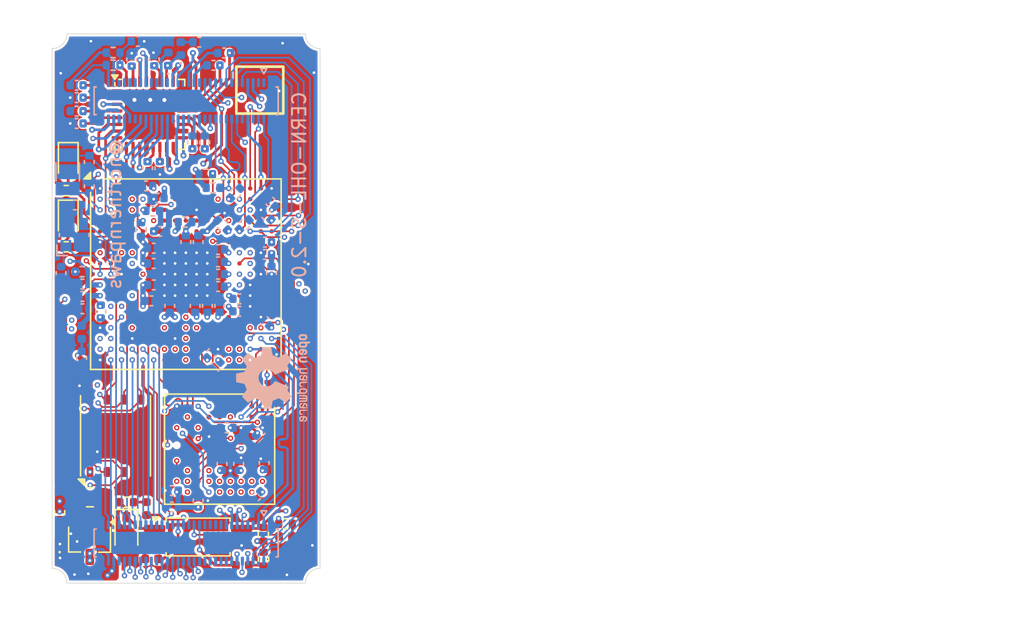
<source format=kicad_pcb>
(kicad_pcb (version 20241229) (generator "pcbnew") (generator_version "9.0")
  (layers (0 "F.Cu" signal "F.Cu (Signal)") (4 "In1.Cu" power "In1.Cu (Ground)") (6 "In2.Cu" power "In2.Cu (Power)") (8 "In3.Cu" signal "In3.Cu (Signal)") (10 "In4.Cu" power "In4.Cu(Ground)") (12 "In5.Cu" signal "In5.Cu (Signal") (14 "In6.Cu" power "In6.Cu (Ground)") (2 "B.Cu" signal "B.Cu (Signal)") (13 "F.Paste" user) (15 "B.Paste" user) (5 "F.SilkS" user "F.Silkscreen") (7 "B.SilkS" user "B.Silkscreen") (1 "F.Mask" user) (3 "B.Mask" user) (25 "Edge.Cuts" user))
  (net 0 "")
  (net 1 "/USB_D-")
  (net 2 "/USB_D+")
  (net 3 "/SWD_IO")
  (net 4 "/SWD_CLK")
  (net 5 "/SWD_SWO")
  (net 6 "/FMC_D14")
  (net 7 "/FMC_SDNRAS")
  (net 8 "/FMC_A5")
  (net 9 "/FMC_A0")
  (net 10 "+3.3V")
  (net 11 "/FMC_D15")
  (net 12 "/FMC_D1")
  (net 13 "/FMC_D3")
  (net 14 "/FMC_D11")
  (net 15 "/FMC_D7")
  (net 16 "/FMC_D9")
  (net 17 "/FMC_A10")
  (net 18 "/FMC_SDCKE0")
  (net 19 "/FMC_D8")
  (net 20 "/FMC_D13")
  (net 21 "/FMC_A3")
  (net 22 "/FMC_D0")
  (net 23 "/FMC_D10")
  (net 24 "/FMC_SDNWE")
  (net 25 "/FMC_NBL0")
  (net 26 "/FMC_D4")
  (net 27 "/FMC_A2")
  (net 28 "/FMC_A7")
  (net 29 "/FMC_NE1")
  (net 30 "/FMC_A1")
  (net 31 "/FMC_D6")
  (net 32 "/FMC_BA0")
  (net 33 "/FMC_CLK")
  (net 34 "/FMC_A9")
  (net 35 "/FMC_A11")
  (net 36 "/FMC_A12")
  (net 37 "/FMC_A8")
  (net 38 "/FMC_D5")
  (net 39 "/FMC_A4")
  (net 40 "/FMC_A6")
  (net 41 "/FMC_D12")
  (net 42 "/FMC_NBL1")
  (net 43 "/FMC_BA1")
  (net 44 "/FMC_D2")
  (net 45 "/QSPI_IO3")
  (net 46 "/QSPI_IO2")
  (net 47 "/QSPI_IO0")
  (net 48 "/QSPI_IO1")
  (net 49 "/QSPI_CLK")
  (net 50 "/QSPI_NCS")
  (net 51 "Net-(U4L-VREF+)")
  (net 52 "Net-(U4L-VREF-)")
  (net 54 "/AUX_OUT_L")
  (net 58 "+3.3VA")
  (net 61 "/AUX_OUT_R")
  (net 74 "/SDMMC1_D3")
  (net 75 "/SDMMC1_D1")
  (net 76 "/SDMMC1_D2")
  (net 77 "/SDMMC1_D0")
  (net 78 "/SDMMC1_CK")
  (net 79 "/VBAT")
  (net 80 "/SDMMC1_CMD")
  (net 81 "/FMC_SDNCAS")
  (net 83 "Net-(D3-A)")
  (net 84 "/I2C_SDA")
  (net 85 "/I2C_SCL")
  (net 86 "Net-(D3-K)")
  (net 87 "Net-(FB2-Pad2)")
  (net 88 "/DIN_IN_SOURCE")
  (net 89 "/DIN_IN_SINK")
  (net 90 "/SAI1_MCLK")
  (net 91 "/SAI1_SCK")
  (net 92 "/SAI1_FS")
  (net 93 "/SAI1_SD_A")
  (net 94 "/SAI1_SD_B")
  (net 96 "/DIN_OUT_SINK")
  (net 97 "Net-(IC1-AUXOUT2)")
  (net 98 "/AUX_IN_R")
  (net 99 "/AUX_IN_L")
  (net 100 "Net-(IC1-AUXOUT1)")
  (net 101 "Net-(IC1-LMICP)")
  (net 102 "Net-(IC1-LMICN)")
  (net 103 "Net-(IC1-RMICP)")
  (net 104 "Net-(IC1-RMICN)")
  (net 105 "Net-(IC1-RAUXIN)")
  (net 106 "Net-(IC1-LAUXIN)")
  (net 107 "Net-(IC1-MICBIAS)")
  (net 108 "Net-(IC1-VREF)")
  (net 119 "Net-(FB4-Pad1)")
  (net 121 "Net-(FB5-Pad1)")
  (net 122 "/DIN_OUT_SOURCE")
  (net 123 "/RST")
  (net 124 "/DIN_MIDI_RX")
  (net 125 "/DIN_MIDI_TX")
  (net 126 "/PA12{slash}4TX")
  (net 127 "/PA11{slash}4RX")
  (net 128 "/MICL")
  (net 129 "/MICR")
  (net 130 "Net-(D1-A)")
  (net 131 "Net-(D2-A)")
  (net 132 "/LED_STATUS")
  (net 133 "Net-(D4-A)")
  (net 134 "/LED_STATUS2")
  (net 135 "GND")
  (net 166 "/HPR")
  (net 167 "/LIN")
  (net 168 "/RIN")
  (net 169 "/SPKL")
  (net 170 "/SPKR")
  (net 171 "/HPL")
  (net 173 "/CODEC_GPIO")
  (net 174 "Net-(C1-Pad1)")
  (net 175 "Net-(C2-Pad1)")
  (net 176 "Net-(C3-Pad1)")
  (net 177 "/BOOT0")
  (net 183 "/SPI_SCK")
  (net 184 "/SPI_MOSI")
  (net 185 "/SPI_MISO")
  (net 186 "/PJ2")
  (net 187 "/PC4")
  (net 188 "/PC5")
  (net 189 "/PB1")
  (net 190 "/PJ3")
  (net 191 "/PB0")
  (net 192 "/PD12")
  (net 193 "/PD11")
  (net 194 "/PD13")
  (net 195 "/PH7")
  (net 196 "/PH8")
  (net 197 "/PB13")
  (net 198 "/PB12")
  (net 199 "Net-(D5-K)")
  (net 200 "/VDDSPK")
  (net 201 "/PA4")
  (net 202 "/PA5")
  (net 203 "/PA3")
  (net 204 "/PA2")
  (net 230 "/PA1")
  (net 232 "/PK0")
  (net 233 "/PK1")
  (net 234 "/PJ11")
  (net 236 "/PH14")
  (net 238 "/PH13")
  (net 239 "/PA9")
  (net 240 "/PA8")
  (net 242 "/QSPI_CS_EXP")
  (net 243 "/EXT_QSPI_DETECT")
  (net 245 "/PA7")
  (net 247 "/OSC32_IN")
  (net 248 "/OSC32_OUT")
  (net 249 "/OSC_IN")
  (net 250 "/OSC_OUT")
  (net 255 "/SPI_NSS")
  (net 258 "/PC1")
  (net 259 "/PC2")
  (net 260 "/PH3")
  (net 261 "/PA0")
  (net 262 "/PC3")
  (net 263 "/PC2_C")
  (net 265 "/VIN")
  (net 266 "/VIN_GND")
  (footprint "Package_SO:SOIC-4_4.55x2.6mm_P1.27mm" (layer "F.Cu") (at 80.89 94.555)
    (property "Reference" "U2" (hide yes))
    (property "Value" "LTV-217-G")
  )
  (footprint "Package_DFN_QFN:QFN-32-1EP_5x5mm_P0.5mm_EP3.6x3.6mm" (layer "F.Cu") (at 77.29 63.01)
    (property "Reference" "IC1" (hide yes))
    (property "Value" "NAU88C22YG")
  )
  (footprint "LED_SMD:LED_0603_1608Metric" (layer "F.Cu") (at 71.2 66.6 -90)
    (property "Reference" "D2" (hide yes))
    (property "Value" "STATUS")
  )
  (footprint "Inductor_SMD:L_0402_1005Metric" (layer "F.Cu") (at 87.42 94.51 180)
    (property "Reference" "FB4" (hide yes))
    (property "Value" "1K @100MHz")
  )
  (footprint "Resistor_SMD:R_0402_1005Metric" (layer "F.Cu") (at 75.56 91.96 180)
    (property "Reference" "R7" (hide yes))
    (property "Value" "220R")
  )
  (footprint "Inductor_SMD:L_0402_1005Metric" (layer "F.Cu") (at 77.03 92.435 90)
    (property "Reference" "FB2" (hide yes))
    (property "Value" "1K @100MHz")
  )
  (footprint "LED_SMD:LED_0402_1005Metric" (layer "F.Cu") (at 70.56 94.59375 90)
    (property "Reference" "D1" (hide yes))
    (property "Value" "POWER")
  )
  (footprint "Package_BGA:Alliance_TFBGA-54_8x8mm_Layout9x9_P0.8mm" (layer "F.Cu") (at 82.5 88 -90)
    (property "Reference" "IC3" (hide yes))
    (property "Value" "IS42S16160J-6BLI")
  )
  (footprint "Fuse:Fuse_0805_2012Metric" (layer "F.Cu") (at 72.8225 91.59)
    (property "Reference" "F1" (hide yes))
    (property "Value" "Polyfuse")
  )
  (footprint "Package_TO_SOT_SMD:TSOT-23" (layer "F.Cu") (at 72.81 94.73 -90)
    (property "Reference" "Q1" (hide yes))
    (property "Value" "PMV37EN22")
  )
  (footprint "Resistor_SMD:R_0402_1005Metric" (layer "F.Cu") (at 71.05 68.7 180)
    (property "Reference" "R15" (hide yes))
    (property "Value" "R")
  )
  (footprint "Diode_SMD:D_SOD-323" (layer "F.Cu") (at 75.5425 94.115 -90)
    (property "Reference" "D3" (hide yes))
    (property "Value" "1N4148WS")
  )
  (footprint "Resistor_SMD:R_0402_1005Metric" (layer "F.Cu") (at 85.78 96.205 90)
    (property "Reference" "R9" (hide yes))
    (property "Value" "33Ω 5% 0.5W")
  )
  (footprint "Inductor_SMD:L_0402_1005Metric" (layer "F.Cu") (at 84.195 96.66 180)
    (property "Reference" "FB5" (hide yes))
    (property "Value" "1K @100MHz")
  )
  (footprint "Resistor_SMD:R_0402_1005Metric" (layer "F.Cu") (at 87.42 93.57)
    (property "Reference" "R8" (hide yes))
    (property "Value" "10Ω 5% 0.25W")
  )
  (footprint "Package_BGA:TFBGA-265_14x14mm_Layout17x17_P0.8mm" (layer "F.Cu") (at 79.98 74.94)
    (property "Reference" "U4" (hide yes))
    (property "Value" "STM32H750XBHx")
  )
  (footprint "Resistor_SMD:R_0402_1005Metric" (layer "F.Cu") (at 70.56 92.74125 -90)
    (property "Reference" "R16" (hide yes))
    (property "Value" "R")
  )
  (footprint "Package_SON:WSON-8-1EP_6x5mm_P1.27mm_EP3.4x4.3mm" (layer "F.Cu") (at 74.73 87.0025 90)
    (property "Reference" "U1" (hide yes))
    (property "Value" "W25Q128JVP")
  )
  (footprint "Resistor_SMD:R_0402_1005Metric" (layer "F.Cu") (at 85.76 94.35 90)
    (property "Reference" "R6" (hide yes))
    (property "Value" "R")
  )
  (footprint "LED_SMD:LED_0603_1608Metric" (layer "F.Cu") (at 71.2 70.9 -90)
    (property "Reference" "D4" (hide yes))
    (property "Value" "STATUS2")
  )
  (footprint "Inductor_SMD:L_0402_1005Metric" (layer "F.Cu") (at 77.43 96.19 180)
    (property "Reference" "FB3" (hide yes))
    (property "Value" "1K @100MHz")
  )
  (footprint "Resistor_SMD:R_0402_1005Metric" (layer "F.Cu") (at 71.05 72.9 180)
    (property "Reference" "R17" (hide yes))
    (property "Value" "R")
  )
  (footprint "Resistor_SMD:R_0402_1005Metric" (layer "B.Cu") (at 76.63 71.61 90)
    (property "Reference" "R1" (hide yes))
    (property "Value" "4.7k")
  )
  (footprint "Capacitor_SMD:C_0402_1005Metric" (layer "B.Cu") (at 77.58 73)
    (property "Reference" "C69" (hide yes))
    (property "Value" "10uF")
  )
  (footprint "Capacitor_SMD:C_0402_1005Metric" (layer "B.Cu") (at 85.220589 91.509411 -135)
    (property "Reference" "C13" (hide yes))
    (property "Value" "100nF")
  )
  (footprint "Capacitor_SMD:C_0402_1005Metric" (layer "B.Cu") (at 82.68 89.1 90)
    (property "Reference" "C14" (hide yes))
    (property "Value" "100nF")
  )
  (footprint "Capacitor_SMD:C_0402_1005Metric" (layer "B.Cu") (at 80.67 77.31 90)
    (property "Reference" "C61" (hide yes))
    (property "Value" "100nF")
  )
  (footprint "Capacitor_SMD:C_0402_1005Metric" (layer "B.Cu") (at 82.04 59.35 180)
    (property "Reference" "C20" (hide yes))
    (property "Value" "1uF")
  )
  (footprint "Capacitor_SMD:C_0402_1005Metric" (layer "B.Cu") (at 82.39 74.02 180)
    (property "Reference" "C57" (hide yes))
    (property "Value" "100nF")
  )
  (footprint "Resistor_SMD:R_0402_1005Metric" (layer "B.Cu") (at 82.01 68.49)
    (property "Reference" "R13" (hide yes))
    (property "Value" "10k")
  )
  (footprint "Resistor_SMD:R_0402_1005Metric" (layer "B.Cu") (at 74.55 58.4)
    (property "Reference" "R4" (hide yes))
    (property "Value" "2k2")
  )
  (footprint "Capacitor_SMD:C_0402_1005Metric" (layer "B.Cu") (at 77.62 58.9 90)
    (property "Reference" "C29" (hide yes))
    (property "Value" "4.7uF")
  )
  (footprint "Resistor_SMD:R_0402_1005Metric" (layer "B.Cu") (at 81.46 67.48)
    (property "Reference" "R10" (hide yes))
    (property "Value" "10k")
  )
  (footprint "Resistor_SMD:R_0402_1005Metric" (layer "B.Cu") (at 83.67 68.89 -135)
    (property "Reference" "R14" (hide yes))
    (property "Value" "10k")
  )
  (footprint "Capacitor_SMD:C_0402_1005Metric" (layer "B.Cu") (at 85.82 89.03 90)
    (property "Reference" "C11" (hide yes))
    (property "Value" "100nF")
  )
  (footprint "Capacitor_SMD:C_0402_1005Metric" (layer "B.Cu") (at 78.93 91.09 180)
    (property "Reference" "C9" (hide yes))
    (property "Value" "100nF")
  )
  (footprint "Diode_SMD:D_0402_1005Metric" (layer "B.Cu") (at 78.6625 58.885 90)
    (property "Reference" "D6" (hide yes))
    (property "Value" "D")
  )
  (footprint "Capacitor_SMD:C_0402_1005Metric" (layer "B.Cu") (at 82.51 77.31 90)
    (property "Reference" "C48" (hide yes))
    (property "Value" "100nF")
  )
  (footprint "Capacitor_SMD:C_0402_1005Metric" (layer "B.Cu") (at 77.02 68.35 180)
    (property "Reference" "C37" (hide yes))
    (property "Value" "4.7uF")
  )
  (footprint "Capacitor_SMD:C_0402_1005Metric" (layer "B.Cu") (at 80.9 91.84 90)
    (property "Reference" "C35" (hide yes))
    (property "Value" "10uF")
  )
  (footprint "Crystal:Crystal_SMD_Abracon_ABM10-4Pin_2.5x2.0mm" (layer "B.Cu") (at 71.645 72.01)
    (property "Reference" "Y1" (hide yes))
    (property "Value" "Crystal_GND24")
  )
  (footprint "Capacitor_SMD:C_0402_1005Metric" (layer "B.Cu") (at 72.26 77.52 180)
    (property "Reference" "C31" (hide yes))
    (property "Value" "1uF")
  )
  (footprint "Capacitor_SMD:C_0402_1005Metric" (layer "B.Cu") (at 82.84 58.43 180)
    (property "Reference" "C21" (hide yes))
    (property "Value" "1uF")
  )
  (footprint "Capacitor_SMD:C_0402_1005Metric" (layer "B.Cu") (at 78.06 71.74)
    (property "Reference" "C62" (hide yes))
    (property "Value" "100nF")
  )
  (footprint "Capacitor_SMD:C_0402_1005Metric" (layer "B.Cu") (at 72.26 76.6 180)
    (property "Reference" "C30" (hide yes))
    (property "Value" "10nF")
  )
  (footprint "Capacitor_SMD:C_0402_1005Metric" (layer "B.Cu") (at 82.39 73.1 180)
    (property "Reference" "C51" (hide yes))
    (property "Value" "100nF")
  )
  (footprint "Capacitor_SMD:C_0402_1005Metric" (layer "B.Cu") (at 85.99 70.53 135)
    (property "Reference" "C2" (hide yes))
    (property "Value" "2.2 uF <100 mΩ ESR")
  )
  (footprint "Capacitor_SMD:C_0402_1005Metric" (layer "B.Cu") (at 71.83 63.69)
    (property "Reference" "C25" (hide yes))
    (property "Value" "1uF")
  )
  (footprint "Capacitor_SMD:C_0402_1005Metric" (layer "B.Cu") (at 72.77 66.57 90)
    (property "Reference" "C39" (hide yes))
    (property "Value" "C")
  )
  (footprint "Symbol:OSHW-Logo2_7.3x6mm_SilkScreen" (layer "B.Cu") (at 86.49 82.68 -90)
    (property "Reference" "REF**" (hide yes))
    (property "Value" "OSHW-Logo2_7.3x6mm_SilkScreen" (hide yes))
  )
  (footprint "Capacitor_SMD:C_0402_1005Metric" (layer "B.Cu") (at 77.12 67.02 -90)
    (property "Reference" "C17" (hide yes))
    (property "Value" "4.7uF")
  )
  (footprint "Resistor_SMD:R_0402_1005Metric" (layer "B.Cu") (at 79.92 71.05 180)
    (property "Reference" "R18" (hide yes))
    (property "Value" "10k")
  )
  (footprint "Capacitor_SMD:C_0402_1005Metric" (layer "B.Cu") (at 71.7 69.77)
    (property "Reference" "C46" (hide yes))
    (property "Value" "C")
  )
  (footprint "Capacitor_SMD:C_0402_1005Metric" (layer "B.Cu") (at 80.9 72.54 -90)
    (property "Reference" "C68" (hide yes))
    (property "Value" "100nF")
  )
  (footprint "Capacitor_SMD:C_0402_1005Metric" (layer "B.Cu") (at 85.89 73.47 180)
    (property "Reference" "C5" (hide yes))
    (property "Value" "100nF")
  )
  (footprint "Capacitor_SMD:C_0402_1005Metric" (layer "B.Cu") (at 86.37 74.84 -90)
    (property "Reference" "C6" (hide yes))
    (property "Value" "1uF")
  )
  (footprint "Capacitor_SMD:C_0402_1005Metric" (layer "B.Cu") (at 77.58 74.14)
    (property "Reference" "C64" (hide yes))
    (property "Value" "100nF")
  )
  (footprint "Capacitor_SMD:C_0402_1005Metric" (layer "B.Cu") (at 83.97 76.78)
    (property "Reference" "C7" (hide yes))
    (property "Value" "100nF")
  )
  (footprint "Capacitor_SMD:C_0402_1005Metric" (layer "B.Cu") (at 78.04 67.02 -90)
    (property "Reference" "C16" (hide yes))
    (property "Value" "4.7uF")
  )
  (footprint "Capacitor_SMD:C_0402_1005Metric" (layer "B.Cu") (at 71.83 60.84)
    (property "Reference" "C22" (hide yes))
    (property "Value" "1uF")
  )
  (footprint "Capacitor_SMD:C_0402_1005Metric" (layer "B.Cu") (at 70.66 74.86 90)
    (property "Reference" "C47" (hide yes))
    (property "Value" "C")
  )
  (footprint "Capacitor_SMD:C_0402_1005Metric" (layer "B.Cu") (at 85.56 86.64 45)
    (property "Reference" "C10" (hide yes))
    (property "Value" "100nF")
  )
  (footprint "Capacitor_SMD:C_0402_1005Metric" (layer "B.Cu") (at 79.98 72.54 -90)
    (property "Reference" "C56" (hide yes))
    (property "Value" "100nF")
  )
  (footprint "Capacitor_SMD:C_0402_1005Metric" (layer "B.Cu") (at 78.94 92.32 180)
    (property "Reference" "C34" (hide yes))
    (property "Value" "10uF")
  )
  (footprint "Capacitor_SMD:C_0402_1005Metric" (layer "B.Cu") (at 85.88 78.45 135)
    (property "Reference" "C60" (hide yes))
    (property "Value" "100nF")
  )
  (footprint "Capacitor_SMD:C_0402_1005Metric" (layer "B.Cu") (at 82.19 81.85 -135)
    (property "Reference" "C38" (hide yes))
    (property "Value" "4.7uF")
  )
  (footprint "Capacitor_SMD:C_0402_1005Metric" (layer "B.Cu") (at 83.97 77.71)
    (property "Reference" "C50" (hide yes))
    (property "Value" "100nF")
  )
  (footprint "Capacitor_SMD:C_0402_1005Metric" (layer "B.Cu") (at 83.03 86.41 180)
    (property "Reference" "C8" (hide yes))
    (property "Value" "100nF")
  )
  (footprint "Capacitor_SMD:C_0402_1005Metric" (layer "B.Cu") (at 72.2 81.18 -90)
    (property "Reference" "C32" (hide yes))
    (property "Value" "1uF")
  )
  (footprint "Capacitor_SMD:C_0402_1005Metric" (layer "B.Cu") (at 83.92 89.1 90)
    (property "Reference" "C12" (hide yes))
    (property "Value" "100nF")
  )
  (footprint "Resistor_SMD:R_0402_1005Metric" (layer "B.Cu") (at 77.51 70.21 180)
    (property "Reference" "R2" (hide yes))
    (property "Value" "4.7k")
  )
  (footprint "Capacitor_SMD:C_0402_1005Metric" (layer "B.Cu") (at 75.94 58.93 90)
    (property "Reference" "C19" (hide yes))
    (property "Value" "4.7uF")
  )
  (footprint "Capacitor_SMD:C_0402_1005Metric" (layer "B.Cu") (at 81.900589 80.839411 45)
    (property "Reference" "C1" (hide yes))
    (property "Value" "2.2 uF <100 mΩ ESR")
  )
  (footprint "Capacitor_SMD:C_0402_1005Metric" (layer "B.Cu") (at 71.83 62.77)
    (property "Reference" "C24" (hide yes))
    (property "Value" "1uF")
  )
  (footprint "Diode_SMD:D_0402_1005Metric" (layer "B.Cu") (at 79.6025 58.105 90)
    (property "Reference" "D5" (hide yes))
    (property "Value" "D")
  )
  (footprint "Capacitor_SMD:C_0402_1005Metric" (layer "B.Cu") (at 81.59 77.31 90)
    (property "Reference" "C54" (hide yes))
    (property "Value" "100nF")
  )
  (footprint "Resistor_SMD:R_0402_1005Metric" (layer "B.Cu") (at 74.55 59.34)
    (property "Reference" "R3" (hide yes))
    (property "Value" "2k2")
  )
  (footprint "Capacitor_SMD:C_0402_1005Metric" (layer "B.Cu") (at 77.41 76.93)
    (property "Reference" "C52" (hide yes))
    (property "Value" "100nF")
  )
  (footprint "Capacitor_SMD:C_0402_1005Metric" (layer "B.Cu") (at 71.83 61.76)
    (property "Reference" "C23" (hide yes))
    (property "Value" "1uF")
  )
  (footprint "Connector_Hirose_DF40:Hirose_DF40C-60DP-0.4V_2x30-1MP_P0.4mm" (layer "B.Cu") (at 80 95 180)
    (property "Reference" "J3" (hide yes))
    (property "Value" "Bottom")
  )
  (footprint "Capacitor_SMD:C_0402_1005Metric" (layer "B.Cu") (at 86.300589 69.540589 135)
    (property "Reference" "C36" (hide yes))
    (property "Value" "4.7uF")
  )
  (footprint "Capacitor_SMD:C_0402_1005Metric" (layer "B.Cu") (at 80.47 65.1 90)
    (property "Reference" "C27" (hide yes))
    (property "Value" "1uF")
  )
  (footprint "Capacitor_SMD:C_0402_1005Metric" (layer "B.Cu") (at 81.39 65.1 90)
    (property "Reference" "C26" (hide yes))
    (property "Value" "1uF")
  )
  (footprint "Resistor_SMD:R_0402_1005Metric" (layer "B.Cu") (at 72.24 74.75)
    (property "Reference" "R5" (hide yes))
    (property "Value" "10k")
  )
  (footprint "Connector_Hirose_DF40:Hirose_DF40C-60DP-0.4V_2x30-1MP_P0.4mm" (layer "B.Cu") (at 80 62 180)
    (property "Reference" "J2" (hide yes))
    (property "Value" "Top")
  )
  (footprint "Inductor_SMD:L_0402_1005Metric" (layer "B.Cu") (at 72.21 79.285 -90)
    (property "Reference" "FB1" (hide yes))
    (property "Value" "120R")
  )
  (footprint "Capacitor_SMD:C_0402_1005Metric" (layer "B.Cu") (at 85.89 72.55 180)
    (property "Reference" "C4" (hide yes))
    (property "Value" "1uF 600mΩ")
  )
  (footprint "Capacitor_SMD:C_0402_1005Metric" (layer "B.Cu") (at 73.63 77.73 -90)
    (property "Reference" "C15" (hide yes))
    (property "Value" "C")
  )
  (footprint "Capacitor_SMD:C_0402_1005Metric" (layer "B.Cu") (at 72.26 75.6775 180)
    (property "Reference" "C33" (hide yes))
    (property "Value" "100nF")
  )
  (footprint "Capacitor_SMD:C_0402_1005Metric" (layer "B.Cu") (at 77.87 69.27 180)
    (property "Reference" "C3" (hide yes))
    (property "Value" "2.2 uF <100 mΩ ESR")
  )
  (footprint "Resistor_SMD:R_0402_1005Metric" (layer "B.Cu") (at 82.709376 71.279376 -45)
    (property "Reference" "R11" (hide yes))
    (property "Value" "10k")
  )
  (footprint "Resistor_SMD:R_0402_1005Metric" (layer "B.Cu") (at 84.33 71.24 -135)
    (property "Reference" "R12" (hide yes))
    (property "Value" "10k")
  )
  (footprint "Capacitor_SMD:C_0402_1005Metric" (layer "B.Cu") (at 78.78 77.31 90)
    (property "Reference" "C67" (hide yes))
    (property "Value" "100nF")
  )
  (footprint "Capacitor_SMD:C_0402_1005Metric" (layer "B.Cu") (at 82.39 74.94 180)
    (property "Reference" "C63" (hide yes))
    (property "Value" "100nF")
  )
  (footprint "Capacitor_SMD:C_0402_1005Metric" (layer "B.Cu") (at 72.77 68.39 -90)
    (property "Reference" "C40" (hide yes))
    (property "Value" "C")
  )
  (footprint "Capacitor_SMD:C_0402_1005Metric" (layer "B.Cu") (at 82.39 75.86 180)
    (property "Reference" "C55" (hide yes))
    (property "Value" "100nF")
  )
  (footprint "Capacitor_SMD:C_0402_1005Metric" (layer "B.Cu") (at 80.9825 57.62)
    (property "Reference" "C18" (hide yes))
    (property "Value" "4.7uF")
  )
  (footprint "Capacitor_SMD:C_0402_1005Metric" (layer "B.Cu") (at 76.39 57.56)
    (property "Reference" "C28" (hide yes))
    (property "Value" "4.7uF")
  )
  (footprint "Capacitor_SMD:C_0402_1005Metric" (layer "B.Cu") (at 77.58 75.74)
    (property "Reference" "C58" (hide yes))
    (property "Value" "100nF")
  )
  (footprint "Crystal:Crystal_SMD_3215-2Pin_3.2x1.5mm" (layer "B.Cu") (at 71.16 67.3 -90)
    (property "Reference" "Y3" (hide yes))
    (property "Value" "32.768kHz")
  )
  (gr_rect (start 83.75 59.45) (end 87.25 62.95) (stroke (width 0.2)) (fill no) (layer "F.SilkS"))
  (gr_arc (start 88.9 98) (mid 89.222183 97.222183) (end 90 96.9) (stroke (width 0.05)) (layer "Edge.Cuts"))
  (gr_arc (start 90 58.1) (mid 89.222183 57.777817) (end 88.9 57) (stroke (width 0.05)) (layer "Edge.Cuts"))
  (gr_line (start 71.1 57) (end 88.9 57) (stroke (width 0.05)) (layer "Edge.Cuts"))
  (gr_line (start 70 58.1) (end 70 96.9) (stroke (width 0.05)) (layer "Edge.Cuts"))
  (gr_line (start 90 96.9) (end 90 58.1) (stroke (width 0.05)) (layer "Edge.Cuts"))
  (gr_line (start 88.9 98) (end 71.1 98) (stroke (width 0.05)) (layer "Edge.Cuts"))
  (gr_arc (start 71.1 57) (mid 70.777817 57.777817) (end 70 58.1) (stroke (width 0.05)) (layer "Edge.Cuts"))
  (gr_arc (start 70 96.9) (mid 70.777817 97.222183) (end 71.1 98) (stroke (width 0.05)) (layer "Edge.Cuts"))
  (gr_text "CERN-OHL-S-2.0" (at 89.03 61.22 90) (layer "B.SilkS") (effects (font (size 1 1)) (justify left bottom mirror)))
  (gr_text "@northernpaws" (at 75.23 64.74 90) (layer "B.SilkS") (effects (font (size 1 1)) (justify left bottom mirror)))
  (via (at 84.78 81.34) (size 0.4) (drill 0.2) (layers "F.Cu" "B.Cu") (net 1))
  (segment (start 87.57 88.21614) (end 87.57 88.642715) (width 0.1773) (layer "B.Cu") (net 1))
  (segment (start 84.78 81.34) (end 85.75 81.34) (width 0.1773) (layer "B.Cu") (net 1))
  (segment (start 86.910358 87.49614) (end 86.910358 87.61614) (width 0.1773) (layer "B.Cu") (net 1))
  (segment (start 87.57 88.09614) (end 87.57 88.21614) (width 0.1773) (layer "B.Cu") (net 1))
  (segment (start 87.33 87.25614) (end 87.150358 87.25614) (width 0.1773) (layer "B.Cu") (net 1))
  (segment (start 85.4 92.84) (end 85.4 93.645) (width 0.1773) (layer "B.Cu") (net 1))
  (segment (start 87.57 83.16) (end 87.57 87.01614) (width 0.1773) (layer "B.Cu") (net 1))
  (segment (start 87.57 88.642715) (end 87.57 90.67) (width 0.1773) (layer "B.Cu") (net 1))
  (segment (start 87.150358 87.85614) (end 87.33 87.85614) (width 0.1773) (layer "B.Cu") (net 1))
  (segment (start 87.57 90.67) (end 85.4 92.84) (width 0.1773) (layer "B.Cu") (net 1))
  (segment (start 85.75 81.34) (end 87.57 83.16) (width 0.1773) (layer "B.Cu") (net 1))
  (arc (start 87.57 87.01614) (mid 87.499706 87.185846) (end 87.33 87.25614) (width 0.1773) (layer "B.Cu") (net 1))
  (arc (start 86.910358 87.61614) (mid 86.980652 87.785846) (end 87.150358 87.85614) (width 0.1773) (layer "B.Cu") (net 1))
  (arc (start 87.33 87.85614) (mid 87.499706 87.926434) (end 87.57 88.09614) (width 0.1773) (layer "B.Cu") (net 1))
  (arc (start 87.150358 87.25614) (mid 86.980652 87.326434) (end 86.910358 87.49614) (width 0.1773) (layer "B.Cu") (net 1))
  (via (at 84.78 80.54) (size 0.4) (drill 0.2) (layers "F.Cu" "B.Cu") (net 2))
  (segment (start 85.8 93.645) (end 85.8 93.08) (width 0.1773) (layer "B.Cu") (net 2))
  (segment (start 85.8 93.08) (end 87.97 90.91) (width 0.1773) (layer "B.Cu") (net 2))
  (segment (start 87.97 82.86) (end 85.65 80.54) (width 0.1773) (layer "B.Cu") (net 2))
  (segment (start 85.65 80.54) (end 84.78 80.54) (width 0.1773) (layer "B.Cu") (net 2))
  (segment (start 87.97 90.91) (end 87.97 82.86) (width 0.1773) (layer "B.Cu") (net 2))
  (via (at 84.14 61.75) (size 0.4) (drill 0.2) (layers "F.Cu" "B.Cu") (net 3))
  (via (at 84.78 70.14) (size 0.4) (drill 0.2) (layers "F.Cu" "B.Cu") (net 3))
  (segment (start 82.2 61.11) (end 82.2 60.645) (width 0.127) (layer "B.Cu") (net 3))
  (segment (start 84.14 61.75) (end 82.84 61.75) (width 0.127) (layer "B.Cu") (net 3))
  (segment (start 82.84 61.75) (end 82.2 61.11) (width 0.127) (layer "B.Cu") (net 3))
  (via (at 83.11 62.16) (size 0.4) (drill 0.2) (layers "F.Cu" "B.Cu") (net 4))
  (via (at 83.98 69.34) (size 0.4) (drill 0.2) (layers "F.Cu" "B.Cu") (net 4))
  (segment (start 83.11 62.16) (end 82.71 62.16) (width 0.127) (layer "B.Cu") (net 4))
  (segment (start 82.71 62.16) (end 81.8 61.25) (width 0.127) (layer "B.Cu") (net 4))
  (segment (start 81.8 61.25) (end 81.8 60.645) (width 0.127) (layer "B.Cu") (net 4))
  (segment (start 82.65 65.32) (end 82.65 62.6) (width 0.2) (layer "F.Cu") (net 5))
  (segment (start 78.87 69.74) (end 78.86 69.75) (width 0.127) (layer "F.Cu") (net 5))
  (segment (start 81.28 66.69) (end 82.65 65.32) (width 0.2) (layer "F.Cu") (net 5))
  (segment (start 77.97 69.75) (end 77.58 70.14) (width 0.127) (layer "F.Cu") (net 5))
  (segment (start 78.86 69.75) (end 77.97 69.75) (width 0.127) (layer "F.Cu") (net 5))
  (via (at 78.87 69.74) (size 0.4) (drill 0.2) (layers "F.Cu" "B.Cu") (net 5))
  (via (at 81.28 66.69) (size 0.45) (drill 0.2) (layers "F.Cu" "B.Cu") (net 5))
  (via (at 82.65 62.6) (size 0.4) (drill 0.2) (layers "F.Cu" "B.Cu") (net 5))
  (segment (start 81.4 61.35) (end 81.4 60.645) (width 0.127) (layer "B.Cu") (net 5))
  (segment (start 82.65 62.6) (end 81.4 61.35) (width 0.127) (layer "B.Cu") (net 5))
  (segment (start 86.0155 82.433251) (end 86.0155 80.9045) (width 0.127) (layer "F.Cu") (net 6))
  (segment (start 86.0395 82.457251) (end 86.0155 82.433251) (width 0.127) (layer "F.Cu") (net 6))
  (segment (start 86.0155 80.9045) (end 86.38 80.54) (width 0.127) (layer "F.Cu") (net 6))
  (via (at 84.1 85.6) (size 0.4) (drill 0.2) (layers "F.Cu" "B.Cu") (remove_unused_layers yes) (net 6))
  (via (at 86.0395 82.457251) (size 0.4) (drill 0.2) (layers "F.Cu" "B.Cu") (net 6))
  (segment (start 86.0155 82.481251) (end 86.0155 83.6845) (width 0.127) (layer "B.Cu") (net 6))
  (segment (start 86.0155 83.6845) (end 84.1 85.6) (width 0.127) (layer "B.Cu") (net 6))
  (via (at 81.7 90.4) (size 0.4) (drill 0.2) (layers "F.Cu" "B.Cu") (remove_unused_layers yes) (net 7))
  (via (at 78.38 80.54) (size 0.4) (drill 0.2) (layers "F.Cu" "B.Cu") (remove_unused_layers yes) (net 7))
  (segment (start 73.1495 74.54) (end 75.58 74.54) (width 0.127) (layer "F.Cu") (net 8))
  (segment (start 75.58 74.54) (end 75.98 74.94) (width 0.127) (layer "F.Cu") (net 8))
  (segment (start 72.5495 73.94) (end 73.1495 74.54) (width 0.127) (layer "F.Cu") (net 8))
  (segment (start 78.61 86.29) (end 78.61 87.68) (width 0.127) (layer "F.Cu") (net 8))
  (segment (start 79.3 85.6) (end 78.61 86.29) (width 0.127) (layer "F.Cu") (net 8))
  (via (at 78.61 87.68) (size 0.4) (drill 0.2) (layers "F.Cu" "B.Cu") (net 8))
  (via (at 73.38 83.21) (size 0.4) (drill 0.2) (layers "F.Cu" "B.Cu") (net 8))
  (via (at 72.5495 73.94) (size 0.4) (drill 0.2) (layers "F.Cu" "B.Cu") (remove_unused_layers yes) (net 8))
  (via (at 75.98 73.34) (size 0.4) (drill 0.2) (layers "F.Cu" "B.Cu") (remove_unused_layers yes) (net 9))
  (via (at 80.1 89.6) (size 0.4) (drill 0.2) (layers "F.Cu" "B.Cu") (remove_unused_layers yes) (net 9))
  (segment (start 76.04 59.48) (end 76.04 60.56) (width 0.2) (layer "F.Cu") (net 10))
  (segment (start 85.30358 94.86) (end 85.76 94.86) (width 0.4) (layer "F.Cu") (net 10))
  (segment (start 77.58 71.74) (end 78.38 71.74) (width 0.4) (layer "F.Cu") (net 10))
  (segment (start 72.825 81.915) (end 72.825 84.3025) (width 0.4) (layer "F.Cu") (net 10))
  (segment (start 78.04 65.46) (end 78.04 66.54) (width 0.2) (layer "F.Cu") (net 10))
  (segment (start 77.54 65.46) (end 77.54 66.03) (width 0.2) (layer "F.Cu") (net 10))
  (segment (start 85.76 94.69) (end 85.76 95.675) (width 0.2) (layer "F.Cu") (net 10))
  (segment (start 85.76 95.515) (end 85.78 95.535) (width 0.2) (layer "F.Cu") (net 10))
  (segment (start 84.9 86.4) (end 84.93 86.4) (width 0.127) (layer "F.Cu") (net 10))
  (segment (start 84.93 86.4) (end 85.32 86.79) (width 0.2) (layer "F.Cu") (net 10))
  (segment (start 71.9 80.99) (end 72.825 81.915) (width 0.4) (layer "F.Cu") (net 10))
  (segment (start 77.54 66.03) (end 77.03 66.54) (width 0.2) (layer "F.Cu") (net 10))
  (via (at 83.3 86.4) (size 0.4) (drill 0.2) (layers "F.Cu" "B.Cu") (remove_unused_layers yes) (zone_layer_connections "In2.Cu") (net 10))
  (via (at 76.78 76.54) (size 0.4) (drill 0.2) (layers "F.Cu" "B.Cu") (remove_unused_layers yes) (zone_layer_connections "In2.Cu") (net 10))
  (via (at 86.38 73.34) (size 0.4) (drill 0.2) (layers "F.Cu" "B.Cu") (remove_unused_layers yes) (zone_layer_connections "In2.Cu") (net 10))
  (via (at 85.32 86.79) (size 0.4) (drill 0.2) (layers "F.Cu" "B.Cu") (remove_unused_layers yes) (zone_layer_connections "In2.Cu") (net 10))
  (via (at 82.38 81.34) (size 0.4) (drill 0.2) (layers "F.Cu" "B.Cu") (remove_unused_layers yes) (zone_layer_connections "In2.Cu") (net 10))
  (via (at 83.18 74.94) (size 0.4) (drill 0.2) (layers "F.Cu" "B.Cu") (remove_unused_layers yes) (zone_layer_connections "In2.Cu") (net 10))
  (via (at 85.30358 94.86) (size 0.45) (drill 0.2) (layers "F.Cu" "B.Cu") (net 10))
  (via (at 70.56 91.88) (size 0.45) (drill 0.2) (layers "F.Cu" "B.Cu") (net 10))
  (via (at 83.18 74.14) (size 0.4) (drill 0.2) (layers "F.Cu" "B.Cu") (remove_unused_layers yes) (zone_layer_connections "In2.Cu") (net 10))
  (via (at 76.78 77.34) (size 0.4) (drill 0.2) (layers "F.Cu" "B.Cu") (remove_unused_layers yes) (zone_layer_connections "In2.Cu") (net 10))
  (via (at 76.78 73.34) (size 0.4) (drill 0.2) (layers "F.Cu" "B.Cu") (remove_unused_layers yes) (zone_layer_connections "In2.Cu") (net 10))
  (via (at 81.58 78.14) (size 0.4) (drill 0.2) (layers "F.Cu" "B.Cu") (remove_unused_layers yes) (zone_layer_connections "In2.Cu") (net 10))
  (via (at 71.9 80.99) (size 0.4) (drill 0.2) (layers "F.Cu" "B.Cu") (remove_unused_layers yes) (zone_layer_connections "In2.Cu") (net 10))
  (via (at 76.78 74.14) (size 0.4) (drill 0.2) (layers "F.Cu" "B.Cu") (remove_unused_layers yes) (zone_layer_connections "In2.Cu") (net 10))
  (via (at 83.18 76.54) (size 0.4) (drill 0.2) (layers "F.Cu" "B.Cu") (remove_unused_layers yes) (zone_layer_connections "In2.Cu") (net 10))
  (via (at 82.38 78.14) (size 0.4) (drill 0.2) (layers "F.Cu" "B.Cu") (remove_unused_layers yes) (zone_layer_connections "In2.Cu") (net 10))
  (via (at 71.73 74.75) (size 0.4) (drill 0.2) (layers "F.Cu" "B.Cu") (remove_unused_layers yes) (zone_layer_connections "In2.Cu") (net 10))
  (via (at 77.12 66.54) (size 0.4) (drill 0.2) (layers "F.Cu" "B.Cu") (net 10))
  (via (at 83.18 75.74) (size 0.4) (drill 0.2) (layers "F.Cu" "B.Cu") (remove_unused_layers yes) (zone_layer_connections "In2.Cu") (net 10))
  (via (at 81.58 71.74) (size 0.4) (drill 0.2) (layers "F.Cu" "B.Cu") (remove_unused_layers yes) (zone_layer_connections "In2.Cu") (net 10))
  (via (at 77.58 71.74) (size 0.4) (drill 0.2) (layers "F.Cu" "B.Cu") (remove_unused_layers yes) (zone_layer_connections "In2.Cu") (net 10))
  (via (at 80.78 78.14) (size 0.4) (drill 0.2) (layers "F.Cu" "B.Cu") (remove_unused_layers yes) (zone_layer_connections "In2.Cu") (net 10))
  (via (at 86.38 70.14) (size 0.4) (drill 0.2) (layers "F.Cu" "B.Cu") (net 10))
  (via (at 85.7 91.2) (size 0.4) (drill 0.2) (layers "F.Cu" "B.Cu") (remove_unused_layers yes) (zone_layer_connections "In2.Cu") (net 10))
  (via (at 86.38 72.54) (size 0.4) (drill 0.2) (layers "F.Cu" "B.Cu") (remove_unused_layers yes) (zone_layer_connections "In2.Cu") (net 10))
  (via (at 83.18 73.34) (size 0.4) (drill 0.2) (layers "F.Cu" "B.Cu") (remove_unused_layers yes) (zone_layer_connections "In2.Cu") (net 10))
  (via (at 78.04 66.54) (size 0.45) (drill 0.2) (layers "F.Cu" "B.Cu") (net 10))
  (via (at 80.9 92.32) (size 0.45) (drill 0.2) (layers "F.Cu" "B.Cu") (net 10))
  (via (at 85.7 89.6) (size 0.4) (drill 0.2) (layers "F.Cu" "B.Cu") (remove_unused_layers yes) (zone_layer_connections "In2.Cu") (net 10))
  (via (at 70.56 92.66) (size 0.45) (drill 0.2) (layers "F.Cu" "B.Cu") (net 10))
  (via (at 84.1 89.6) (size 0.4) (drill 0.2) (layers "F.Cu" "B.Cu") (remove_unused_layers yes) (zone_layer_connections "In2.Cu") (net 10))
  (via (at 80.7 67.12) (size 0.4) (drill 0.2) (layers "F.Cu" "B.Cu") (net 10))
  (via (at 82.5 89.6) (size 0.4) (drill 0.2) (layers "F.Cu" "B.Cu") (remove_unused_layers yes) (zone_layer_connections "In2.Cu") (net 10))
  (via (at 77.58 68.54) (size 0.4) (drill 0.2) (layers "F.Cu" "B.Cu") (net 10))
  (via (at 76.78 75.74) (size 0.4) (drill 0.2) (layers "F.Cu" "B.Cu") (remove_unused_layers yes) (zone_layer_connections "In2.Cu") (net 10))
  (via (at 79.18 78.14) (size 0.4) (drill 0.2) (layers "F.Cu" "B.Cu") (remove_unused_layers yes) (zone_layer_connections "In2.Cu") (net 10))
  (via (at 83.18 77.34) (size 0.4) (drill 0.2) (layers "F.Cu" "B.Cu") (remove_unused_layers yes) (zone_layer_connections "In2.Cu") (net 10))
  (via (at 78.38 78.14) (size 0.4) (drill 0.2) (layers "F.Cu" "B.Cu") (remove_unused_layers yes) (zone_layer_connections "In2.Cu") (net 10))
  (via (at 76.78 72.54) (size 0.4) (drill 0.2) (layers "F.Cu" "B.Cu") (remove_unused_layers yes) (zone_layer_connections "In2.Cu") (net 10))
  (via (at 75.94 59.41) (size 0.45) (drill 0.2) (layers "F.Cu" "B.Cu") (net 10))
  (via (at 86.38 78.94) (size 0.4) (drill 0.2) (layers "F.Cu" "B.Cu") (remove_unused_layers yes) (zone_layer_connections "In2.Cu") (net 10))
  (via (at 79.98 71.74) (size 0.4) (drill 0.2) (layers "F.Cu" "B.Cu") (remove_unused_layers yes) (zone_layer_connections "In2.Cu") (net 10))
  (via (at 79.3 91.2) (size 0.4) (drill 0.2) (layers "F.Cu" "B.Cu") (remove_unused_layers yes) (zone_layer_connections "In2.Cu") (net 10))
  (segment (start 72.21 79.77) (end 72.21 80.69) (width 0.2) (layer "B.Cu") (net 10))
  (segment (start 83.18 73.34) (end 82.94 73.1) (width 0.4) (layer "B.Cu") (net 10))
  (segment (start 83.18 77.34) (end 83.18 77.4) (width 0.4) (layer "B.Cu") (net 10))
  (segment (start 78.09 71.23) (end 77.58 71.74) (width 0.4) (layer "B.Cu") (net 10))
  (segment (start 79.41 91.09) (end 79.3 91.2) (width 0.4) (layer "B.Cu") (net 10))
  (segment (start 78.38 78.14) (end 78.43 78.14) (width 0.4) (layer "B.Cu") (net 10))
  (segment (start 80.95 67.37) (end 80.95 67.48) (width 0.4) (layer "B.Cu") (net 10))
  (segment (start 76.78 74.14) (end 77.1 74.14) (width 0.4) (layer "B.Cu") (net 10))
  (segment (start 81.22 71.74) (end 80.9 72.06) (width 0.4) (layer "B.Cu") (net 10))
  (segment (start 80.95 67.48) (end 80.95 67.94) (width 0.4) (layer "B.Cu") (net 10))
  (segment (start 79.41 92.31) (end 79.42 92.32) (width 0.4) (layer "B.Cu") (net 10))
  (segment (start 76.78 76.54) (end 76.78 76.78) (width 0.4) (layer "B.Cu") (net 10))
  (segment (start 83.18 77.4) (end 83.49 77.71) (width 0.4) (layer "B.Cu") (net 10))
  (segment (start 80.78 77.9) (end 80.67 77.79) (width 0.4) (layer "B.Cu") (net 10))
  (segment (start 76.78 75.74) (end 76.78 76.54) (width 0.4) (layer "B.Cu") (net 10))
  (segment (start 83.18 76.54) (end 83.25 76.54) (width 0.4) (layer "B.Cu") (net 10))
  (segment (start 81.58 71.74) (end 81.22 71.74) (width 0.4) (layer "B.Cu") (net 10))
  (segment (start 77.98 70.14) (end 78.09 70.25) (width 0.4) (layer "B.Cu") (net 10))
  (segment (start 78.09 70.25) (end 78.09 71.23) (width 0.4) (layer "B.Cu") (net 10))
  (segment (start 81.58 71.687504) (end 82.348752 70.918752) (width 0.4) (layer "B.Cu") (net 10))
  (segment (start 79.41 91.09) (end 79.41 92.31) (width 0.4) (layer "B.Cu") (net 10))
  (segment (start 76.78 72.54) (end 77.13 72.89) (width 0.4) (layer "B.Cu") (net 10))
  (segment (start 76.78 73.34) (end 76.78 74.14) (width 0.4) (layer "B.Cu") (net 10))
  (segment (start 86.38 73.46) (end 86.37 73.47) (width 0.4) (layer "B.Cu") (net 10))
  (segment (start 76.78 75.74) (end 77.1 75.74) (width 0.4) (layer "B.Cu") (net 10))
  (segment (start 79.98 71.5) (end 80.43 71.05) (width 0.4) (layer "B.Cu") (net 10))
  (segment (start 82.38 78.14) (end 82.38 77.92) (width 0.4) (layer "B.Cu") (net 10))
  (segment (start 76.78 73.24) (end 76.78 73.34) (width 0.4) (layer "B.Cu") (net 10))
  (segment (start 76.63 72.05) (end 76.63 72.39) (width 0.4) (layer "B.Cu") (net 10))
  (segment (start 86.64 69.88) (end 86.38 70.14) (width 0.4) (layer "B.Cu") (net 10))
  (segment (start 80.7 67.12) (end 80.95 67.37) (width 0.4) (layer "B.Cu") (net 10))
  (segment (start 82.38 77.92) (end 82.51 77.79) (width 0.4) (layer "B.Cu") (net 10))
  (segment (start 72.21 80.69) (end 72.2 80.7) (width 0.2) (layer "B.Cu") (net 10))
  (segment (start 80.78 77.83) (end 80.74 77.79) (width 0.4) (layer "B.Cu") (net 10))
  (segment (start 82.529411 81.489411) (end 82.38 81.34) (width 0.4) (layer "B.Cu") (net 10))
  (segment (start 77.13 72.89) (end 76.78 73.24) (width 0.4) (layer "B.Cu") (net 10))
  (segment (start 86.37 74.36) (end 86.37 73.47) (width 0.4) (layer "B.Cu") (net 10))
  (segment (start 79.18 78.14) (end 79.13 78.14) (width 0.4) (layer "B.Cu") (net 10))
  (segment (start 76.78 76.78) (end 76.93 76.93) (width 0.4) (layer "B.Cu") (net 10))
  (segment (start 83.25 76.54) (end 83.49 76.78) (width 0.4) (layer "B.Cu") (net 10))
  (segment (start 79.98 71.74) (end 79.98 72.06) (width 0.4) (layer "B.Cu") (net 10))
  (segment (start 82.94 73.1) (end 82.87 73.1) (width 0.4) (layer "B.Cu") (net 10))
  (segment (start 81.58 77.8) (end 81.59 77.79) (width 0.4) (layer "B.Cu") (net 10))
  (segment (start 79.42 92.32) (end 80.9 92.32) (width 0.4) (layer "B.Cu") (net 10))
  (segment (start 76.78 77.34) (end 76.78 76.54) (width 0.4) (layer "B.Cu") (net 10))
  (segment (start 79.98 71.74) (end 79.98 71.5) (width 0.4) (layer "B.Cu") (net 10))
  (segment (start 76.63 72.39) (end 76.78 72.54) (width 0.4) (layer "B.Cu") (net 10))
  (segment (start 80.5025 57.62) (end 79.6025 57.62) (width 0.2) (layer "B.Cu") (net 10))
  (segment (start 79.13 78.14) (end 78.78 77.79) (width 0.4) (layer "B.Cu") (net 10))
  (segment (start 76.78 77.08) (end 76.93 76.93) (width 0.4) (layer "B.Cu") (net 10))
  (segment (start 75.94 59.41) (end 76 59.47) (width 0.2) (layer "B.Cu") (net 10))
  (segment (start 86.38 73.34) (end 86.38 73.46) (width 0.4) (layer "B.Cu") (net 10))
  (segment (start 78.43 78.14) (end 78.78 77.79) (width 0.4) (layer "B.Cu") (net 10))
  (segment (start 76.78 77.34) (end 76.78 77.08) (width 0.4) (layer "B.Cu") (net 10))
  (segment (start 80.95 67.94) (end 81.5 68.49) (width 0.4) (layer "B.Cu") (net 10))
  (segment (start 80.78 78.14) (end 80.78 77.9) (width 0.4) (layer "B.Cu") (net 10))
  (segment (start 75.8 59.55) (end 75.94 59.41) (width 0.2) (layer "B.Cu") (net 10))
  (segment (start 80.78 78.14) (end 80.78 77.83) (width 0.4) (layer "B.Cu") (net 10))
  (segment (start 81.58 71.74) (end 81.58 71.687504) (width 0.4) (layer "B.Cu") (net 10))
  (segment (start 81.58 78.14) (end 81.58 77.8) (width 0.4) (layer "B.Cu") (net 10))
  (segment (start 82.529411 81.510589) (end 82.529411 81.489411) (width 0.4) (layer "B.Cu") (net 10))
  (segment (start 84.45 82.41) (end 84.97 82.41) (width 0.127) (layer "F.Cu") (net 11))
  (segment (start 85.3 85.2) (end 85.3 84.09) (width 0.127) (layer "F.Cu") (net 11))
  (segment (start 85.21 80.91) (end 85.58 80.54) (width 0.127) (layer "F.Cu") (net 11))
  (segment (start 85.21 83.9) (end 85.21 83.25) (width 0.127) (layer "F.Cu") (net 11))
  (segment (start 84.21 82.77) (end 84.21 82.65) (width 0.127) (layer "F.Cu") (net 11))
  (segment (start 85.21 82.05) (end 85.21 81.120849) (width 0.127) (layer "F.Cu") (net 11))
  (segment (start 84.97 83.01) (end 84.45 83.01) (width 0.127) (layer "F.Cu") (net 11))
  (segment (start 85.21 84) (end 85.21 83.9) (width 0.127) (layer "F.Cu") (net 11))
  (segment (start 85.3 84.09) (end 85.21 84) (width 0.127) (layer "F.Cu") (net 11))
  (segment (start 84.9 85.6) (end 85.3 85.2) (width 0.127) (layer "F.Cu") (net 11))
  (segment (start 85.21 82.17) (end 85.21 82.05) (width 0.127) (layer "F.Cu") (net 11))
  (segment (start 85.21 81.120849) (end 85.21 80.91) (width 0.127) (layer "F.Cu") (net 11))
  (arc (start 84.21 82.65) (mid 84.280294 82.480294) (end 84.45 82.41) (width 0.127) (layer "F.Cu") (net 11))
  (arc (start 84.97 82.41) (mid 85.139706 82.339706) (end 85.21 82.17) (width 0.127) (layer "F.Cu") (net 11))
  (arc (start 85.21 83.25) (mid 85.139706 83.080294) (end 84.97 83.01) (width 0.127) (layer "F.Cu") (net 11))
  (arc (start 84.45 83.01) (mid 84.280294 82.939706) (end 84.21 82.77) (width 0.127) (layer "F.Cu") (net 11))
  (via (at 85.7 90.4) (size 0.4) (drill 0.2) (layers "F.Cu" "B.Cu") (remove_unused_layers yes) (net 12))
  (via (at 84.78 78.94) (size 0.4) (drill 0.2) (layers "F.Cu" "B.Cu") (remove_unused_layers yes) (net 12))
  (via (at 84.1 91.2) (size 0.4) (drill 0.2) (layers "F.Cu" "B.Cu") (remove_unused_layers yes) (net 13))
  (via (at 82.38 71.74) (size 0.4) (drill 0.2) (layers "F.Cu" "B.Cu") (remove_unused_layers yes) (net 13))
  (segment (start 81.95649 82.93649) (end 82.0272 82.865779) (width 0.127) (layer "F.Cu") (net 14))
  (segment (start 82.734313 83.855735) (end 82.805022 83.785023) (width 0.127) (layer "F.Cu") (net 14))
  (segment (start 82.875732 83.572889) (end 82.592889 83.290046) (width 0.127) (layer "F.Cu") (net 14))
  (segment (start 83.017156 84.28) (end 82.734313 83.997157) (width 0.127) (layer "F.Cu") (net 14))
  (segment (start 81.461513 82.441514) (end 81.178672 82.158672) (width 0.127) (layer "F.Cu") (net 14))
  (segment (start 81.178672 82.158672) (end 80.793235 81.773235) (width 0.127) (layer "F.Cu") (net 14))
  (segment (start 81.885779 83.0072) (end 81.95649 82.93649) (width 0.127) (layer "F.Cu") (net 14))
  (segment (start 83.3 84.404682) (end 83.3 84.28) (width 0.127) (layer "F.Cu") (net 14))
  (segment (start 80.78 81.76) (end 80.78 81.34) (width 0.127) (layer "F.Cu") (net 14))
  (segment (start 82.380756 83.360756) (end 82.310044 83.431465) (width 0.127) (layer "F.Cu") (net 14))
  (segment (start 82.0272 82.724357) (end 81.744357 82.441514) (width 0.127) (layer "F.Cu") (net 14))
  (segment (start 82.168622 83.431465) (end 81.885779 83.148622) (width 0.127) (layer "F.Cu") (net 14))
  (segment (start 83.3 84.8) (end 83.3 84.404682) (width 0.127) (layer "F.Cu") (net 14))
  (segment (start 82.805022 83.785023) (end 82.805022 83.785022) (width 0.127) (layer "F.Cu") (net 14))
  (segment (start 82.451467 83.290046) (end 82.380756 83.360756) (width 0.127) (layer "F.Cu") (net 14))
  (segment (start 82.805022 83.785022) (end 82.875732 83.714311) (width 0.127) (layer "F.Cu") (net 14))
  (segment (start 83.28 84.78) (end 83.3 84.8) (width 0.127) (layer "F.Cu") (net 14))
  (segment (start 80.793235 81.773235) (end 80.78 81.76) (width 0.127) (layer "F.Cu") (net 14))
  (arc (start 82.0272 82.865779) (mid 82.056489 82.795068) (end 82.0272 82.724357) (width 0.127) (layer "F.Cu") (net 14))
  (arc (start 81.602935 82.441514) (mid 81.532224 82.470803) (end 81.461513 82.441514) (width 0.127) (layer "F.Cu") (net 14))
  (arc (start 82.734313 83.997157) (mid 82.705024 83.926446) (end 82.734313 83.855735) (width 0.127) (layer "F.Cu") (net 14))
  (arc (start 81.744357 82.441514) (mid 81.673646 82.412225) (end 81.602935 82.441514) (width 0.127) (layer "F.Cu") (net 14))
  (arc (start 83.158578 84.28) (mid 83.087867 84.309289) (end 83.017156 84.28) (width 0.127) (layer "F.Cu") (net 14))
  (arc (start 81.885779 83.148622) (mid 81.85649 83.077911) (end 81.885779 83.0072) (width 0.127) (layer "F.Cu") (net 14))
  (arc (start 82.592889 83.290046) (mid 82.522178 83.260757) (end 82.451467 83.290046) (width 0.127) (layer "F.Cu") (net 14))
  (arc (start 82.875732 83.714311) (mid 82.905021 83.6436) (end 82.875732 83.572889) (width 0.127) (layer "F.Cu") (net 14))
  (arc (start 82.310044 83.431465) (mid 82.239333 83.460754) (end 82.168622 83.431465) (width 0.127) (layer "F.Cu") (net 14))
  (arc (start 83.3 84.28) (mid 83.229289 84.250711) (end 83.158578 84.28) (width 0.127) (layer "F.Cu") (net 14))
  (via (at 82.5 91.2) (size 0.4) (drill 0.2) (layers "F.Cu" "B.Cu") (remove_unused_layers yes) (net 15))
  (via (at 79.98 78.14) (size 0.4) (drill 0.2) (layers "F.Cu" "B.Cu") (remove_unused_layers yes) (net 15))
  (segment (start 80.802942 82.402942) (end 80.4155 82.0155) (width 0.127) (layer "F.Cu") (net 16))
  (segment (start 81.736323 83.336323) (end 81.651471 83.251471) (width 0.127) (layer "F.Cu") (net 16))
  (segment (start 80.4155 81.671246) (end 80.4155 80.1045) (width 0.127) (layer "F.Cu") (net 16))
  (segment (start 82.5 84.8) (end 82.5 84.100722) (width 0.127) (layer "F.Cu") (net 16))
  (segment (start 82.5 84.100722) (end 82.5 84.1) (width 0.127) (layer "F.Cu") (net 16))
  (segment (start 81.142353 83.251471) (end 80.972647 83.081765) (width 0.127) (layer "F.Cu") (net 16))
  (segment (start 80.972647 82.572647) (end 80.802942 82.402942) (width 0.127) (layer "F.Cu") (net 16))
  (segment (start 81.609044 83.803014) (end 81.736322 83.675733) (width 0.127) (layer "F.Cu") (net 16))
  (segment (start 80.4155 82.0155) (end 80.4155 81.671246) (width 0.127) (layer "F.Cu") (net 16))
  (segment (start 82.160588 84.1) (end 82.033307 84.227278) (width 0.127) (layer "F.Cu") (net 16))
  (segment (start 81.693897 84.227279) (end 81.609044 84.142426) (width 0.127) (layer "F.Cu") (net 16))
  (segment (start 80.4155 80.1045) (end 80.78 79.74) (width 0.127) (layer "F.Cu") (net 16))
  (arc (start 81.609044 84.142426) (mid 81.538748 83.972719) (end 81.609044 83.803014) (width 0.127) (layer "F.Cu") (net 16))
  (arc (start 80.972647 83.081765) (mid 80.919926 82.954486) (end 80.972646 82.827205) (width 0.127) (layer "F.Cu") (net 16))
  (arc (start 82.033307 84.227278) (mid 81.863602 84.297574) (end 81.693897 84.227279) (width 0.127) (layer "F.Cu") (net 16))
  (arc (start 82.5 84.1) (mid 82.330293 84.029704) (end 82.160588 84.1) (width 0.127) (layer "F.Cu") (net 16))
  (arc (start 81.736322 83.675733) (mid 81.806618 83.506028) (end 81.736323 83.336323) (width 0.127) (layer "F.Cu") (net 16))
  (arc (start 81.396911 83.25147) (mid 81.269632 83.304192) (end 81.142353 83.251471) (width 0.127) (layer "F.Cu") (net 16))
  (arc (start 81.651471 83.251471) (mid 81.524192 83.19875) (end 81.396911 83.25147) (width 0.127) (layer "F.Cu") (net 16))
  (arc (start 80.972646 82.827205) (mid 81.025368 82.699926) (end 80.972647 82.572647) (width 0.127) (layer "F.Cu") (net 16))
  (via (at 79.18 80.54) (size 0.4) (drill 0.2) (layers "F.Cu" "B.Cu") (remove_unused_layers yes) (net 17))
  (via (at 80.1 91.2) (size 0.4) (drill 0.2) (layers "F.Cu" "B.Cu") (remove_unused_layers yes) (net 17))
  (segment (start 80.8995 87.2005) (end 80.8995 87.2105) (width 0.127) (layer "F.Cu") (net 18))
  (segment (start 81.69 86.41) (end 80.8995 87.2005) (width 0.127) (layer "F.Cu") (net 18))
  (via (at 74.38 78.14) (size 0.4) (drill 0.2) (layers "F.Cu" "B.Cu") (net 18))
  (via (at 80.9 87.21) (size 0.4) (drill 0.2) (layers "F.Cu" "B.Cu") (remove_unused_layers yes) (net 18))
  (via (at 83.3 85.6) (size 0.4) (drill 0.2) (layers "F.Cu" "B.Cu") (remove_unused_layers yes) (net 19))
  (via (at 80.78 78.94) (size 0.4) (drill 0.2) (layers "F.Cu" "B.Cu") (remove_unused_layers yes) (net 19))
  (segment (start 85.58 83.21) (end 85.58 81.34) (width 0.127) (layer "F.Cu") (net 20))
  (segment (start 86.94 84.557006) (end 86.94 84.429006) (width 0.127) (layer "F.Cu") (net 20))
  (segment (start 86.09 83.72) (end 85.77 83.4) (width 0.127) (layer "F.Cu") (net 20))
  (segment (start 86.346 84.813006) (end 86.684 84.813006) (width 0.127) (layer "F.Cu") (net 20))
  (segment (start 86.09 83.917006) (end 86.09 83.789006) (width 0.127) (layer "F.Cu") (net 20))
  (segment (start 85.77 83.4) (end 85.58 83.21) (width 0.127) (layer "F.Cu") (net 20))
  (segment (start 86.09 83.789006) (end 86.09 83.72) (width 0.127) (layer "F.Cu") (net 20))
  (segment (start 85.7 85.6) (end 86.09 85.21) (width 0.127) (layer "F.Cu") (net 20))
  (segment (start 86.684 84.173006) (end 86.346 84.173006) (width 0.127) (layer "F.Cu") (net 20))
  (segment (start 86.09 85.21) (end 86.09 85.069006) (width 0.127) (layer "F.Cu") (net 20))
  (arc (start 86.09 85.069006) (mid 86.164981 84.887987) (end 86.346 84.813006) (width 0.127) (layer "F.Cu") (net 20))
  (arc (start 86.684 84.813006) (mid 86.865019 84.738025) (end 86.94 84.557006) (width 0.127) (layer "F.Cu") (net 20))
  (arc (start 86.94 84.429006) (mid 86.865019 84.247987) (end 86.684 84.173006) (width 0.127) (layer "F.Cu") (net 20))
  (arc (start 86.346 84.173006) (mid 86.164981 84.098025) (end 86.09 83.917006) (width 0.127) (layer "F.Cu") (net 20))
  (segment (start 79.3 88.87) (end 79.3 89.6) (width 0.127) (layer "F.Cu") (net 21))
  (via (at 79.3 88.87) (size 0.4) (drill 0.2) (layers "F.Cu" "B.Cu") (remove_unused_layers yes) (net 21))
  (via (at 75.98 74.14) (size 0.4) (drill 0.2) (layers "F.Cu" "B.Cu") (net 21))
  (via (at 85.58 78.94) (size 0.4) (drill 0.2) (layers "F.Cu" "B.Cu") (remove_unused_layers yes) (net 22))
  (via (at 84.9 91.2) (size 0.4) (drill 0.2) (layers "F.Cu" "B.Cu") (remove_unused_layers yes) (net 22))
  (segment (start 83.152618 83.147348) (end 82.890988 82.885718) (width 0.127) (layer "F.Cu") (net 23))
  (segment (start 83.675877 84.321147) (end 83.414247 84.059517) (width 0.127) (layer "F.Cu") (net 23))
  (segment (start 83.414247 83.734247) (end 83.152618 83.472618) (width 0.127) (layer "F.Cu") (net 23))
  (segment (start 84.1 84.42) (end 84.001147 84.321147) (width 0.127) (layer "F.Cu") (net 23))
  (segment (start 84.1 84.8) (end 84.1 84.42) (width 0.127) (layer "F.Cu") (net 23))
  (segment (start 81.212796 81.532796) (end 81.18 81.5) (width 0.127) (layer "F.Cu") (net 23))
  (segment (start 82.565718 82.885718) (end 82.304089 82.624089) (width 0.127) (layer "F.Cu") (net 23))
  (segment (start 81.18 81.5) (end 81.18 80.94) (width 0.127) (layer "F.Cu") (net 23))
  (segment (start 82.304089 82.624089) (end 81.212796 81.532796) (width 0.127) (layer "F.Cu") (net 23))
  (segment (start 81.18 80.94) (end 80.78 80.54) (width 0.127) (layer "F.Cu") (net 23))
  (arc (start 83.414247 84.059517) (mid 83.380564 83.9782) (end 83.414246 83.896881) (width 0.127) (layer "F.Cu") (net 23))
  (arc (start 83.152618 83.472618) (mid 83.118935 83.391301) (end 83.152618 83.309983) (width 0.127) (layer "F.Cu") (net 23))
  (arc (start 83.838511 84.321146) (mid 83.757194 84.35483) (end 83.675877 84.321147) (width 0.127) (layer "F.Cu") (net 23))
  (arc (start 83.152618 83.309983) (mid 83.186301 83.228665) (end 83.152618 83.147348) (width 0.127) (layer "F.Cu") (net 23))
  (arc (start 83.414246 83.896881) (mid 83.44793 83.815564) (end 83.414247 83.734247) (width 0.127) (layer "F.Cu") (net 23))
  (arc (start 82.890988 82.885718) (mid 82.809671 82.852035) (end 82.728353 82.885718) (width 0.127) (layer "F.Cu") (net 23))
  (arc (start 84.001147 84.321147) (mid 83.91983 84.287464) (end 83.838511 84.321146) (width 0.127) (layer "F.Cu") (net 23))
  (arc (start 82.728353 82.885718) (mid 82.647035 82.919401) (end 82.565718 82.885718) (width 0.127) (layer "F.Cu") (net 23))
  (via (at 75.98 78.94) (size 0.4) (drill 0.2) (layers "F.Cu" "B.Cu") (remove_unused_layers yes) (net 24))
  (via (at 79.73 86.82) (size 0.4) (drill 0.2) (layers "F.Cu" "B.Cu") (net 24))
  (via (at 81.7 91.2) (size 0.4) (drill 0.2) (layers "F.Cu" "B.Cu") (net 24))
  (segment (start 81.7 91.2) (end 81.27 90.77) (width 0.127) (layer "B.Cu") (net 24))
  (segment (start 81.27 88.36) (end 79.73 86.82) (width 0.127) (layer "B.Cu") (net 24))
  (segment (start 81.27 90.77) (end 81.27 88.36) (width 0.127) (layer "B.Cu") (net 24))
  (via (at 79.3 87.71) (size 0.4) (drill 0.2) (layers "F.Cu" "B.Cu") (remove_unused_layers yes) (net 25))
  (via (at 75.98 70.14) (size 0.4) (drill 0.2) (layers "F.Cu" "B.Cu") (remove_unused_layers yes) (net 25))
  (via (at 82.5 90.4) (size 0.4) (drill 0.2) (layers "F.Cu" "B.Cu") (remove_unused_layers yes) (net 25))
  (via (at 79.98 81.34) (size 0.4) (drill 0.2) (layers "F.Cu" "B.Cu") (remove_unused_layers yes) (net 26))
  (via (at 83.3 90.4) (size 0.4) (drill 0.2) (layers "F.Cu" "B.Cu") (remove_unused_layers yes) (net 26))
  (via (at 73.58 73.34) (size 0.4) (drill 0.2) (layers "F.Cu" "B.Cu") (remove_unused_layers yes) (net 27))
  (via (at 79.3 90.4) (size 0.4) (drill 0.2) (layers "F.Cu" "B.Cu") (remove_unused_layers yes) (net 27))
  (via (at 78.38 78.94) (size 0.4) (drill 0.2) (layers "F.Cu" "B.Cu") (remove_unused_layers yes) (net 28))
  (via (at 80.1 85.6) (size 0.4) (drill 0.2) (layers "F.Cu" "B.Cu") (remove_unused_layers yes) (net 28))
  (segment (start 83.12 72.48) (end 83.18 72.54) (width 0.127) (layer "F.Cu") (net 29))
  (segment (start 80.5 90.8) (end 80.9 91.2) (width 0.127) (layer "F.Cu") (net 29))
  (segment (start 80.5 89.12) (end 80.5 90.8) (width 0.127) (layer "F.Cu") (net 29))
  (segment (start 81.99 72.48) (end 83.12 72.48) (width 0.127) (layer "F.Cu") (net 29))
  (segment (start 83.3195 87.18) (end 82.44 87.18) (width 0.127) (layer "F.Cu") (net 29))
  (segment (start 82.44 87.18) (end 80.5 89.12) (width 0.127) (layer "F.Cu") (net 29))
  (via (at 81.99 72.48) (size 0.4) (drill 0.2) (layers "F.Cu" "B.Cu") (remove_unused_layers yes) (net 29))
  (via (at 83.3195 87.18) (size 0.4) (drill 0.2) (layers "F.Cu" "B.Cu") (remove_unused_layers yes) (net 29))
  (via (at 80.1 90.4) (size 0.4) (drill 0.2) (layers "F.Cu" "B.Cu") (remove_unused_layers yes) (net 30))
  (via (at 75.18 73.34) (size 0.4) (drill 0.2) (layers "F.Cu" "B.Cu") (remove_unused_layers yes) (net 30))
  (via (at 79.98 78.94) (size 0.4) (drill 0.2) (layers "F.Cu" "B.Cu") (remove_unused_layers yes) (net 31))
  (via (at 83.3 91.2) (size 0.4) (drill 0.2) (layers "F.Cu" "B.Cu") (remove_unused_layers yes) (net 31))
  (segment (start 80.9 89.23) (end 80.9 89.6) (width 0.127) (layer "F.Cu") (net 32))
  (segment (start 84.36 73.76) (end 86.72 73.76) (width 0.127) (layer "F.Cu") (net 32))
  (segment (start 83.98 74.14) (end 84.36 73.76) (width 0.127) (layer "F.Cu") (net 32))
  (segment (start 88.05 75.09) (end 88.05 84.72) (width 0.127) (layer "F.Cu") (net 32))
  (segment (start 86.72 73.76) (end 88.05 75.09) (width 0.127) (layer "F.Cu") (net 32))
  (segment (start 88.05 84.72) (end 85.18 87.59) (width 0.127) (layer "F.Cu") (net 32))
  (segment (start 82.54 87.59) (end 80.9 89.23) (width 0.127) (layer "F.Cu") (net 32))
  (segment (start 85.18 87.59) (end 82.54 87.59) (width 0.127) (layer "F.Cu") (net 32))
  (segment (start 85.32 85.99) (end 82.09 85.99) (width 0.127) (layer "F.Cu") (net 33))
  (segment (start 82.09 85.99) (end 81.7 85.6) (width 0.127) (layer "F.Cu") (net 33))
  (via (at 82.38 69.34) (size 0.4) (drill 0.2) (layers "F.Cu" "B.Cu") (remove_unused_layers yes) (net 33))
  (via (at 85.32 85.99) (size 0.4) (drill 0.2) (layers "F.Cu" "B.Cu") (remove_unused_layers yes) (net 33))
  (via (at 80.9 86.4) (size 0.4) (drill 0.2) (layers "F.Cu" "B.Cu") (remove_unused_layers yes) (net 34))
  (via (at 79.98 79.74) (size 0.4) (drill 0.2) (layers "F.Cu" "B.Cu") (remove_unused_layers yes) (net 34))
  (segment (start 80.5 85.2) (end 80.5 84.596639) (width 0.127) (layer "F.Cu") (net 35))
  (segment (start 80.5 83.069275) (end 80.644249 82.925025) (width 0.127) (layer "F.Cu") (net 35))
  (segment (start 79.18 82.1) (end 79.18 81.34) (width 0.127) (layer "F.Cu") (net 35))
  (segment (start 80.205842 82.486618) (end 80.061592 82.630867) (width 0.127) (layer "F.Cu") (net 35))
  (segment (start 79.710867 82.630867) (end 79.623187 82.543187) (width 0.127) (layer "F.Cu") (net 35))
  (segment (start 79.623187 82.543187) (end 79.33 82.25) (width 0.127) (layer "F.Cu") (net 35))
  (segment (start 80.5 84.596639) (end 80.5 83.926639) (width 0.127) (layer "F.Cu") (net 35))
  (segment (start 79.33 82.25) (end 79.18 82.1) (width 0.127) (layer "F.Cu") (net 35))
  (segment (start 80.5 83.926639) (end 80.5 83.42) (width 0.127) (layer "F.Cu") (net 35))
  (segment (start 80.644249 82.5743) (end 80.556567 82.486618) (width 0.127) (layer "F.Cu") (net 35))
  (segment (start 80.9 85.6) (end 80.5 85.2) (width 0.127) (layer "F.Cu") (net 35))
  (arc (start 80.556567 82.486618) (mid 80.381205 82.41398) (end 80.205842 82.486618) (width 0.127) (layer "F.Cu") (net 35))
  (arc (start 80.644249 82.925025) (mid 80.716887 82.749662) (end 80.644249 82.5743) (width 0.127) (layer "F.Cu") (net 35))
  (arc (start 80.5 83.42) (mid 80.427362 83.244638) (end 80.5 83.069275) (width 0.127) (layer "F.Cu") (net 35))
  (arc (start 80.061592 82.630867) (mid 79.886229 82.703505) (end 79.710867 82.630867) (width 0.127) (layer "F.Cu") (net 35))
  (segment (start 86.0155 74.5755) (end 85.58 74.14) (width 0.127) (layer "F.Cu") (net 36))
  (segment (start 87.67 84.3705) (end 87.67 75.63) (width 0.127) (layer "F.Cu") (net 36))
  (segment (start 86.6155 74.5755) (end 86.0155 74.5755) (width 0.127) (layer "F.Cu") (net 36))
  (segment (start 86.8205 85.22) (end 87.67 84.3705) (width 0.127) (layer "F.Cu") (net 36))
  (segment (start 87.67 75.63) (end 86.6155 74.5755) (width 0.127) (layer "F.Cu") (net 36))
  (via (at 80.9 84.8) (size 0.4) (drill 0.2) (layers "F.Cu" "B.Cu") (net 36))
  (via (at 86.8205 85.22) (size 0.4) (drill 0.2) (layers "F.Cu" "B.Cu") (net 36))
  (segment (start 84.250981 85.9645) (end 83.949019 85.9645) (width 0.127) (layer "B.Cu") (net 36))
  (segment (start 86.8205 85.22) (end 86.87 85.22) (width 0.127) (layer "B.Cu") (net 36))
  (segment (start 83.914519 85.93) (end 82.03 85.93) (width 0.127) (layer "B.Cu") (net 36))
  (segment (start 84.685 85.93) (end 84.285481 85.93) (width 0.127) (layer "B.Cu") (net 36))
  (segment (start 82.03 85.93) (end 80.9 84.8) (width 0.127) (layer "B.Cu") (net 36))
  (segment (start 84.285481 85.93) (end 84.250981 85.9645) (width 0.127) (layer "B.Cu") (net 36))
  (segment (start 86.8205 85.22) (end 85.395 85.22) (width 0.127) (layer "B.Cu") (net 36))
  (segment (start 85.395 85.22) (end 84.685 85.93) (width 0.127) (layer "B.Cu") (net 36))
  (segment (start 83.949019 85.9645) (end 83.914519 85.93) (width 0.127) (layer "B.Cu") (net 36))
  (segment (start 86.87 85.22) (end 86.93 85.16) (width 0.127) (layer "B.Cu") (net 36))
  (segment (start 78.78 79.34) (end 79.18 78.94) (width 0.127) (layer "F.Cu") (net 37))
  (segment (start 80.1 84.8) (end 80.1 83.87) (width 0.127) (layer "F.Cu") (net 37))
  (segment (start 79.161471 82.931471) (end 78.78 82.55) (width 0.127) (layer "F.Cu") (net 37))
  (segment (start 79.196826 83.405232) (end 79.246322 83.355733) (width 0.127) (layer "F.Cu") (net 37))
  (segment (start 79.670588 83.78) (end 79.621089 83.829496) (width 0.127) (layer "F.Cu") (net 37))
  (segment (start 79.246323 83.016323) (end 79.161471 82.931471) (width 0.127) (layer "F.Cu") (net 37))
  (segment (start 79.281679 83.829497) (end 79.196826 83.744644) (width 0.127) (layer "F.Cu") (net 37))
  (segment (start 78.78 82.55) (end 78.78 80.668693) (width 0.127) (layer "F.Cu") (net 37))
  (segment (start 78.78 80.668693) (end 78.78 79.34) (width 0.127) (layer "F.Cu") (net 37))
  (segment (start 80.1 83.87) (end 80.01 83.78) (width 0.127) (layer "F.Cu") (net 37))
  (arc (start 80.01 83.78) (mid 79.840293 83.709704) (end 79.670588 83.78) (width 0.127) (layer "F.Cu") (net 37))
  (arc (start 79.196826 83.744644) (mid 79.12653 83.574937) (end 79.196826 83.405232) (width 0.127) (layer "F.Cu") (net 37))
  (arc (start 79.246322 83.355733) (mid 79.316618 83.186028) (end 79.246323 83.016323) (width 0.127) (layer "F.Cu") (net 37))
  (arc (start 79.621089 83.829496) (mid 79.451384 83.899792) (end 79.281679 83.829497) (width 0.127) (layer "F.Cu") (net 37))
  (via (at 79.98 80.54) (size 0.4) (drill 0.2) (layers "F.Cu" "B.Cu") (remove_unused_layers yes) (net 38))
  (via (at 84.1 90.4) (size 0.4) (drill 0.2) (layers "F.Cu" "B.Cu") (remove_unused_layers yes) (net 38))
  (via (at 78.3805 83.79) (size 0.4) (drill 0.2) (layers "F.Cu" "B.Cu") (remove_unused_layers yes) (net 39))
  (via (at 76.78 74.94) (size 0.4) (drill 0.2) (layers "F.Cu" "B.Cu") (remove_unused_layers yes) (net 39))
  (via (at 79.3 86.4) (size 0.4) (drill 0.2) (layers "F.Cu" "B.Cu") (remove_unused_layers yes) (net 39))
  (segment (start 78.528481 84.672695) (end 78.443628 84.587842) (width 0.127) (layer "F.Cu") (net 40))
  (segment (start 78.443628 84.24843) (end 78.811322 83.880733) (width 0.127) (layer "F.Cu") (net 40))
  (segment (start 78.06 82.79) (end 77.99 82.72) (width 0.127) (layer "F.Cu") (net 40))
  (segment (start 80.1 86.4) (end 79.7 86) (width 0.127) (layer "F.Cu") (net 40))
  (segment (start 78.811323 83.541323) (end 78.726471 83.456471) (width 0.127) (layer "F.Cu") (net 40))
  (segment (start 79.235588 84.305) (end 78.867891 84.672694) (width 0.127) (layer "F.Cu") (net 40))
  (segment (start 79.7 86) (end 79.7 84.43) (width 0.127) (layer "F.Cu") (net 40))
  (segment (start 77.99 80.13) (end 78.38 79.74) (width 0.127) (layer "F.Cu") (net 40))
  (segment (start 77.99 82.72) (end 77.99 80.13) (width 0.127) (layer "F.Cu") (net 40))
  (segment (start 78.726471 83.456471) (end 78.06 82.79) (width 0.127) (layer "F.Cu") (net 40))
  (segment (start 79.7 84.43) (end 79.575 84.305) (width 0.127) (layer "F.Cu") (net 40))
  (arc (start 78.867891 84.672694) (mid 78.698186 84.74299) (end 78.528481 84.672695) (width 0.127) (layer "F.Cu") (net 40))
  (arc (start 78.443628 84.587842) (mid 78.373332 84.418135) (end 78.443628 84.24843) (width 0.127) (layer "F.Cu") (net 40))
  (arc (start 78.811322 83.880733) (mid 78.881618 83.711028) (end 78.811323 83.541323) (width 0.127) (layer "F.Cu") (net 40))
  (arc (start 79.575 84.305) (mid 79.405293 84.234704) (end 79.235588 84.305) (width 0.127) (layer "F.Cu") (net 40))
  (segment (start 84.9 84.8) (end 84.9 84.44) (width 0.127) (layer "F.Cu") (net 41))
  (segment (start 82.356847 81.896847) (end 82.144716 81.684716) (width 0.127) (layer "F.Cu") (net 41))
  (segment (start 83.481151 82.681739) (end 83.848846 82.314043) (width 0.127) (layer "F.Cu") (net 41))
  (segment (start 84.188258 83.728258) (end 84.329679 83.586836) (width 0.127) (layer "F.Cu") (net 41))
  (segment (start 82.887179 82.427179) (end 82.781111 82.533244) (width 0.127) (layer "F.Cu") (net 41))
  (segment (start 84.188258 83.728259) (end 84.188258 83.728258) (width 0.127) (layer "F.Cu") (net 41))
  (segment (start 82.568979 82.533244) (end 82.356846 82.321111) (width 0.127) (layer "F.Cu") (net 41))
  (segment (start 84.9 84.44) (end 84.718592 84.258592) (width 0.127) (layer "F.Cu") (net 41))
  (segment (start 81.99 80.15) (end 81.58 79.74) (width 0.127) (layer "F.Cu") (net 41))
  (segment (start 81.99 81.53) (end 81.99 81.227937) (width 0.127) (layer "F.Cu") (net 41))
  (segment (start 84.082193 83.834327) (end 84.188258 83.728259) (width 0.127) (layer "F.Cu") (net 41))
  (segment (start 82.144716 81.684716) (end 81.99 81.53) (width 0.127) (layer "F.Cu") (net 41))
  (segment (start 83.848846 81.974632) (end 83.763993 81.889779) (width 0.127) (layer "F.Cu") (net 41))
  (segment (start 83.622571 83.162571) (end 83.481151 83.021151) (width 0.127) (layer "F.Cu") (net 41))
  (segment (start 81.99 81.227937) (end 81.99 80.15) (width 0.127) (layer "F.Cu") (net 41))
  (segment (start 84.329679 83.303993) (end 84.188257 83.162571) (width 0.127) (layer "F.Cu") (net 41))
  (segment (start 83.056885 82.257474) (end 82.887179 82.42718) (width 0.127) (layer "F.Cu") (net 41))
  (segment (start 83.424581 81.889779) (end 83.056885 82.257474) (width 0.127) (layer "F.Cu") (net 41))
  (segment (start 82.887179 82.42718) (end 82.887179 82.427179) (width 0.127) (layer "F.Cu") (net 41))
  (segment (start 84.294326 84.258592) (end 84.082193 84.046459) (width 0.127) (layer "F.Cu") (net 41))
  (arc (start 83.848846 82.314043) (mid 83.919141 82.144337) (end 83.848846 81.974632) (width 0.127) (layer "F.Cu") (net 41))
  (arc (start 84.329679 83.586836) (mid 84.388258 83.445414) (end 84.329679 83.303993) (width 0.127) (layer "F.Cu") (net 41))
  (arc (start 84.082193 84.046459) (mid 84.038259 83.940393) (end 84.082193 83.834327) (width 0.127) (layer "F.Cu") (net 41))
  (arc (start 84.718592 84.258592) (mid 84.612525 84.214656) (end 84.506458 84.258591) (width 0.127) (layer "F.Cu") (net 41))
  (arc (start 84.188257 83.162571) (mid 84.046836 83.103992) (end 83.905414 83.162571) (width 0.127) (layer "F.Cu") (net 41))
  (arc (start 84.506458 84.258591) (mid 84.400392 84.302526) (end 84.294326 84.258592) (width 0.127) (layer "F.Cu") (net 41))
  (arc (start 82.356846 82.321111) (mid 82.312912 82.215045) (end 82.356846 82.108979) (width 0.127) (layer "F.Cu") (net 41))
  (arc (start 83.481151 83.021151) (mid 83.410856 82.851445) (end 83.481151 82.681739) (width 0.127) (layer "F.Cu") (net 41))
  (arc (start 82.781111 82.533244) (mid 82.675045 82.577178) (end 82.568979 82.533244) (width 0.127) (layer "F.Cu") (net 41))
  (arc (start 82.356846 82.108979) (mid 82.400781 82.002913) (end 82.356847 81.896847) (width 0.127) (layer "F.Cu") (net 41))
  (arc (start 83.905414 83.162571) (mid 83.763992 83.22115) (end 83.622571 83.162571) (width 0.127) (layer "F.Cu") (net 41))
  (arc (start 83.763993 81.889779) (mid 83.594287 81.819484) (end 83.424581 81.889779) (width 0.127) (layer "F.Cu") (net 41))
  (via (at 81.7 84.8) (size 0.4) (drill 0.2) (layers "F.Cu" "B.Cu") (remove_unused_layers yes) (net 42))
  (via (at 78.4 85.16) (size 0.4) (drill 0.2) (layers "F.Cu" "B.Cu") (remove_unused_layers yes) (net 42))
  (via (at 75.98 69.34) (size 0.4) (drill 0.2) (layers "F.Cu" "B.Cu") (remove_unused_layers yes) (net 42))
  (segment (start 81.3 84.4) (end 81.7 84.8) (width 0.127) (layer "B.Cu") (net 42))
  (segment (start 79.16 84.4) (end 81.3 84.4) (width 0.127) (layer "B.Cu") (net 42))
  (segment (start 78.4 85.16) (end 79.16 84.4) (width 0.127) (layer "B.Cu") (net 42))
  (segment (start 82.7565 87.9535) (end 81.6355 89.0745) (width 0.127) (layer "F.Cu") (net 43))
  (segment (start 80.9 90.4) (end 81.2445 90.0555) (width 0.127) (layer "F.Cu") (net 43))
  (segment (start 81.2445 89.4655) (end 81.6355 89.0745) (width 0.127) (layer "F.Cu") (net 43))
  (segment (start 84.0995 87.9535) (end 82.7565 87.9535) (width 0.127) (layer "F.Cu") (net 43))
  (segment (start 81.2445 90.0555) (end 81.2445 89.4655) (width 0.127) (layer "F.Cu") (net 43))
  (via (at 83.98 73.34) (size 0.4) (drill 0.2) (layers "F.Cu" "B.Cu") (net 43))
  (via (at 84.0995 87.9535) (size 0.4) (drill 0.2) (layers "F.Cu" "B.Cu") (net 43))
  (via (at 84.9 90.4) (size 0.4) (drill 0.2) (layers "F.Cu" "B.Cu") (remove_unused_layers yes) (net 44))
  (via (at 83.18 70.94) (size 0.4) (drill 0.2) (layers "F.Cu" "B.Cu") (remove_unused_layers yes) (net 44))
  (segment (start 74.095 83.665) (end 74.095 84.3025) (width 0.127) (layer "F.Cu") (net 45))
  (segment (start 74.095 84.3025) (end 73.9425 84.3025) (width 0.127) (layer "F.Cu") (net 45))
  (segment (start 73.9425 84.3025) (end 73.56 83.92) (width 0.127) (layer "F.Cu") (net 45))
  (segment (start 74.78 76.14) (end 74.78 82.98) (width 0.127) (layer "F.Cu") (net 45))
  (segment (start 74.38 75.74) (end 74.78 76.14) (width 0.127) (layer "F.Cu") (net 45))
  (segment (start 74.78 82.98) (end 74.095 83.665) (width 0.127) (layer "F.Cu") (net 45))
  (via (at 77.9 97.585) (size 0.4) (drill 0.2) (layers "F.Cu" "B.Cu") (net 45))
  (via (at 73.56 83.92) (size 0.4) (drill 0.2) (layers "F.Cu" "B.Cu") (net 45))
  (segment (start 77.9 97.585) (end 77.9 97.26) (width 0.127) (layer "B.Cu") (net 45))
  (segment (start 78.2 96.96) (end 78.2 96.34) (width 0.127) (layer "B.Cu") (net 45))
  (segment (start 77.9 97.26) (end 78.2 96.96) (width 0.127) (layer "B.Cu") (net 45))
  (segment (start 71.05 87.45) (end 72.47 88.87) (width 0.127) (layer "F.Cu") (net 46))
  (segment (start 72.47 88.87) (end 74.5325 88.87) (width 0.127) (layer "F.Cu") (net 46))
  (segment (start 73.17 75.32) (end 71.05 77.44) (width 0.127) (layer "F.Cu") (net 46))
  (segment (start 72.84 90.69) (end 74.3775 90.69) (width 0.127) (layer "F.Cu") (net 46))
  (segment (start 75.18 75.74) (end 74.76 75.32) (width 0.127) (layer "F.Cu") (net 46))
  (segment (start 74.5325 88.87) (end 75.365 89.7025) (width 0.127) (layer "F.Cu") (net 46))
  (segment (start 71.05 77.44) (end 71.05 87.45) (width 0.127) (layer "F.Cu") (net 46))
  (segment (start 74.76 75.32) (end 73.17 75.32) (width 0.127) (layer "F.Cu") (net 46))
  (segment (start 74.3775 90.69) (end 75.365 89.7025) (width 0.127) (layer "F.Cu") (net 46))
  (via (at 72.84 90.69) (size 0.4) (drill 0.2) (layers "F.Cu" "B.Cu") (net 46))
  (via (at 78.4425 97.4075) (size 0.4) (drill 0.2) (layers "F.Cu" "B.Cu") (net 46))
  (segment (start 78.4425 97.4075) (end 78.6 97.25) (width 0.127) (layer "B.Cu") (net 46))
  (segment (start 78.6 97.25) (end 78.6 96.34) (width 0.127) (layer "B.Cu") (net 46))
  (segment (start 76.635 83.675) (end 76.39 83.43) (width 0.127) (layer "F.Cu") (net 47))
  (segment (start 76.39 83.43) (end 76.39 76.15) (width 0.127) (layer "F.Cu") (net 47))
  (segment (start 72.4 84.97) (end 72.7 84.97) (width 0.127) (layer "F.Cu") (net 47))
  (segment (start 76.39 76.15) (end 75.98 75.74) (width 0.127) (layer "F.Cu") (net 47))
  (segment (start 75.8175 85.12) (end 76.635 84.3025) (width 0.127) (layer "F.Cu") (net 47))
  (segment (start 72.7 84.97) (end 72.85 85.12) (width 0.127) (layer "F.Cu") (net 47))
  (segment (start 72.85 85.12) (end 75.8175 85.12) (width 0.127) (layer "F.Cu") (net 47))
  (segment (start 76.635 84.3025) (end 76.635 83.675) (width 0.127) (layer "F.Cu") (net 47))
  (via (at 79.548322 97.294296) (size 0.4) (drill 0.2) (layers "F.Cu" "B.Cu") (net 47))
  (via (at 72.4 84.97) (size 0.4) (drill 0.2) (layers "F.Cu" "B.Cu") (net 47))
  (segment (start 79.548322 97.294296) (end 79.548322 97.278322) (width 0.127) (layer "B.Cu") (net 47))
  (segment (start 79.4 97.13) (end 79.4 96.34) (width 0.127) (layer "B.Cu") (net 47))
  (segment (start 79.548322 97.278322) (end 79.4 97.13) (width 0.127) (layer "B.Cu") (net 47))
  (segment (start 70.6 87.44) (end 72.31 89.15) (width 0.127) (layer "F.Cu") (net 48))
  (segment (start 73.6825 89.7025) (end 74.095 89.7025) (width 0.127) (layer "F.Cu") (net 48))
  (segment (start 73.435 89.455) (end 73.6825 89.7025) (width 0.127) (layer "F.Cu") (net 48))
  (segment (start 73.13 89.15) (end 73.435 89.455) (width 0.127) (layer "F.Cu") (net 48))
  (segment (start 70.95 76.81) (end 70.6 77.16) (width 0.127) (layer "F.Cu") (net 48))
  (segment (start 70.6 77.16) (end 70.6 87.44) (width 0.127) (layer "F.Cu") (net 48))
  (segment (start 72.31 89.15) (end 73.13 89.15) (width 0.127) (layer "F.Cu") (net 48))
  (via (at 70.95 76.81) (size 0.4) (drill 0.2) (layers "F.Cu" "B.Cu") (net 48))
  (via (at 75.98 76.54) (size 0.4) (drill 0.2) (layers "F.Cu" "B.Cu") (net 48))
  (via (at 73.435 89.455) (size 0.4) (drill 0.2) (layers "F.Cu" "B.Cu") (net 48))
  (via (at 79 97.555) (size 0.4) (drill 0.2) (layers "F.Cu" "B.Cu") (net 48))
  (segment (start 79 96.465) (end 79 97.555) (width 0.127) (layer "B.Cu") (net 48))
  (segment (start 75.18 76.54) (end 75.59 76.95) (width 0.127) (layer "F.Cu") (net 49))
  (segment (start 73.43 84.55) (end 73.73 84.85) (width 0.127) (layer "F.Cu") (net 49))
  (segment (start 75.59 83.49) (end 75.365 83.715) (width 0.127) (layer "F.Cu") (net 49))
  (segment (start 75.365 83.715) (end 75.365 84.3025) (width 0.127) (layer "F.Cu") (net 49))
  (segment (start 73.73 84.85) (end 74.8175 84.85) (width 0.127) (layer "F.Cu") (net 49))
  (segment (start 74.8175 84.85) (end 75.365 84.3025) (width 0.127) (layer "F.Cu") (net 49))
  (segment (start 75.59 76.95) (end 75.59 83.49) (width 0.127) (layer "F.Cu") (net 49))
  (via (at 79.987891 97.585) (size 0.4) (drill 0.2) (layers "F.Cu" "B.Cu") (net 49))
  (via (at 73.43 84.55) (size 0.4) (drill 0.2) (layers "F.Cu" "B.Cu") (net 49))
  (segment (start 79.987891 97.585) (end 79.987891 97.087891) (width 0.127) (layer "B.Cu") (net 49))
  (segment (start 79.987891 97.087891) (end 79.8 96.9) (width 0.127) (layer "B.Cu") (net 49))
  (segment (start 79.8 96.9) (end 79.8 96.34) (width 0.127) (layer "B.Cu") (net 49))
  (via (at 72.825 89.7025) (size 0.4) (drill 0.2) (layers "F.Cu" "B.Cu") (net 50))
  (via (at 76.78 69.34) (size 0.4) (drill 0.2) (layers "F.Cu" "B.Cu") (net 50))
  (via (at 73.58 77.34) (size 0.4) (drill 0.2) (layers "F.Cu" "B.Cu") (remove_unused_layers yes) (net 51))
  (via (at 73.58 78.14) (size 0.4) (drill 0.2) (layers "F.Cu" "B.Cu") (remove_unused_layers yes) (net 52))
  (segment (start 80.6 60.07) (end 80.6 60.645) (width 0.2) (layer "B.Cu") (net 54))
  (segment (start 81.32 59.35) (end 80.6 60.07) (width 0.2) (layer "B.Cu") (net 54))
  (via (at 73.58 76.54) (size 0.4) (drill 0.2) (layers "F.Cu" "B.Cu") (remove_unused_layers yes) (net 58))
  (segment (start 72.74 78.1475) (end 72.74 77.52) (width 0.4) (layer "B.Cu") (net 58))
  (segment (start 73.5775 76.5425) (end 73.58 76.54) (width 0.4) (layer "B.Cu") (net 58))
  (segment (start 72.21 78.6775) (end 72.74 78.1475) (width 0.4) (layer "B.Cu") (net 58))
  (segment (start 72.74 77.52) (end 72.74 76.6) (width 0.4) (layer "B.Cu") (net 58))
  (segment (start 72.74 76.5425) (end 73.5775 76.5425) (width 0.4) (layer "B.Cu") (net 58))
  (segment (start 80.2 60.645) (end 80.2 59.86) (width 0.2) (layer "B.Cu") (net 61))
  (segment (start 80.2 59.86) (end 81.63 58.43) (width 0.2) (layer "B.Cu") (net 61))
  (segment (start 81.63 58.43) (end 82.19 58.43) (width 0.2) (layer "B.Cu") (net 61))
  (segment (start 83.58 68.94) (end 83.18 69.34) (width 0.127) (layer "F.Cu") (net 74))
  (segment (start 82.6 66.51117) (end 83.58 67.49117) (width 0.127) (layer "F.Cu") (net 74))
  (segment (start 83.58 67.49117) (end 83.58 68.94) (width 0.127) (layer "F.Cu") (net 74))
  (via (at 83.18 69.34) (size 0.4) (drill 0.2) (layers "F.Cu" "B.Cu") (net 74))
  (via (at 82.6 66.51117) (size 0.4) (drill 0.2) (layers "F.Cu" "B.Cu") (net 74))
  (segment (start 82.6 66.51117) (end 82.6 63.355) (width 0.127) (layer "B.Cu") (net 74))
  (segment (start 84.39 71.33) (end 83.98 71.74) (width 0.127) (layer "F.Cu") (net 75))
  (segment (start 84.39 67.75) (end 84.39 71.33) (width 0.127) (layer "F.Cu") (net 75))
  (via (at 84.39 67.75) (size 0.4) (drill 0.2) (layers "F.Cu" "B.Cu") (remove_unused_layers yes) (net 75))
  (via (at 83.98 71.74) (size 0.4) (drill 0.2) (layers "F.Cu" "B.Cu") (net 75))
  (segment (start 83.4 65.08) (end 83.4 63.355) (width 0.127) (layer "B.Cu") (net 75))
  (segment (start 84.39 67.75) (end 84.39 66.07) (width 0.127) (layer "B.Cu") (net 75))
  (segment (start 84.39 66.07) (end 83.4 65.08) (width 0.127) (layer "B.Cu") (net 75))
  (via (at 83.18 68.54) (size 0.4) (drill 0.2) (layers "F.Cu" "B.Cu") (net 76))
  (segment (start 83.18 66.213894) (end 83.18 65.67) (width 0.127) (layer "B.Cu") (net 76))
  (segment (start 83.983748 66.933894) (end 83.983748 66.813894) (width 0.127) (layer "B.Cu") (net 76))
  (segment (start 83.743748 66.573894) (end 83.42 66.573894) (width 0.127) (layer "B.Cu") (net 76))
  (segment (start 82.57 68.54) (end 82.52 68.49) (width 0.127) (layer "B.Cu") (net 76))
  (segment (start 83 64.680128) (end 83 63.355) (width 0.127) (layer "B.Cu") (net 76))
  (segment (start 83.18 65.67) (end 83 65.49) (width 0.127) (layer "B.Cu") (net 76))
  (segment (start 83.18 66.333894) (end 83.18 66.213894) (width 0.127) (layer "B.Cu") (net 76))
  (segment (start 83 65.49) (end 83 64.680128) (width 0.127) (layer "B.Cu") (net 76))
  (segment (start 83.42 67.173894) (end 83.743748 67.173894) (width 0.127) (layer "B.Cu") (net 76))
  (segment (start 83.18 68.54) (end 82.57 68.54) (width 0.2) (layer "B.Cu") (net 76))
  (segment (start 83.18 68.54) (end 83.18 67.413894) (width 0.127) (layer "B.Cu") (net 76))
  (arc (start 83.18 67.413894) (mid 83.250294 67.244188) (end 83.42 67.173894) (width 0.127) (layer "B.Cu") (net 76))
  (arc (start 83.983748 66.813894) (mid 83.913454 66.644188) (end 83.743748 66.573894) (width 0.127) (layer "B.Cu") (net 76))
  (arc (start 83.743748 67.173894) (mid 83.913454 67.1036) (end 83.983748 66.933894) (width 0.127) (layer "B.Cu") (net 76))
  (arc (start 83.42 66.573894) (mid 83.250294 66.5036) (end 83.18 66.333894) (width 0.127) (layer "B.Cu") (net 76))
  (via (at 83.18 71.74) (size 0.4) (drill 0.2) (layers "F.Cu" "B.Cu") (net 77))
  (via (at 84.407 65.1) (size 0.4) (drill 0.2) (layers "F.Cu" "B.Cu") (net 77))
  (segment (start 84.407 65.1) (end 83.8 64.493) (width 0.127) (layer "B.Cu") (net 77))
  (segment (start 83.8 64.493) (end 83.8 63.355) (width 0.127) (layer "B.Cu") (net 77))
  (segment (start 82.78 67.77) (end 82.78 69.74) (width 0.127) (layer "F.Cu") (net 78))
  (segment (start 82.78 69.74) (end 82.38 70.14) (width 0.127) (layer "F.Cu") (net 78))
  (via (at 82.78 67.77) (size 0.4) (drill 0.2) (layers "F.Cu" "B.Cu") (net 78))
  (segment (start 82.78 67.77) (end 82.78 67.38) (width 0.127) (layer "B.Cu") (net 78))
  (segment (start 82.2 66.8) (end 82.2 63.355) (width 0.127) (layer "B.Cu") (net 78))
  (segment (start 82.78 67.38) (end 82.2 66.8) (width 0.127) (layer "B.Cu") (net 78))
  (via (at 73.05 64.81) (size 0.4) (drill 0.2) (layers "F.Cu" "B.Cu") (net 79))
  (via (at 73.58 69.34) (size 0.4) (drill 0.2) (layers "F.Cu" "B.Cu") (net 79))
  (segment (start 74.03 64.81) (end 74.6 64.24) (width 0.2) (layer "B.Cu") (net 79))
  (segment (start 74.6 64.24) (end 74.6 63.355) (width 0.2) (layer "B.Cu") (net 79))
  (segment (start 73.05 64.81) (end 74.03 64.81) (width 0.2) (layer "B.Cu") (net 79))
  (segment (start 82.38 70.94) (end 81.99 70.55) (width 0.127) (layer "F.Cu") (net 80))
  (segment (start 81.99 70.55) (end 81.99 67.41) (width 0.127) (layer "F.Cu") (net 80))
  (via (at 81.805 64.065) (size 0.4) (drill 0.2) (layers "F.Cu" "B.Cu") (net 80))
  (via (at 81.99 67.41) (size 0.4) (drill 0.2) (layers "F.Cu" "B.Cu") (net 80))
  (segment (start 81.805 64.065) (end 81.8 64.06) (width 0.2) (layer "B.Cu") (net 80))
  (segment (start 81.8 64.06) (end 81.8 63.355) (width 0.2) (layer "B.Cu") (net 80))
  (via (at 77.58 70.94) (size 0.4) (drill 0.2) (layers "F.Cu" "B.Cu") (remove_unused_layers yes) (net 81))
  (via (at 81.7 89.6) (size 0.4) (drill 0.2) (layers "F.Cu" "B.Cu") (remove_unused_layers yes) (net 81))
  (segment (start 77.64 95.19) (end 75.5675 95.19) (width 0.2) (layer "F.Cu") (net 83))
  (segment (start 75.5675 95.19) (end 75.5425 95.165) (width 0.2) (layer "F.Cu") (net 83))
  (segment (start 75.5425 95.165) (end 75.765 95.165) (width 0.2) (layer "F.Cu") (net 83))
  (segment (start 76.945 95.365) (end 76.945 96.19) (width 0.2) (layer "F.Cu") (net 83))
  (segment (start 76.86 95.97) (end 76.86 96.26) (width 0.2) (layer "F.Cu") (net 83))
  (segment (start 76.77 95.19) (end 76.945 95.365) (width 0.2) (layer "F.Cu") (net 83))
  (segment (start 79.8 64.82) (end 79.74 64.76) (width 0.2) (layer "F.Cu") (net 84))
  (segment (start 79.8 66.08) (end 79.8 64.82) (width 0.2) (layer "F.Cu") (net 84))
  (via (at 76.78 70.14) (size 0.4) (drill 0.2) (layers "F.Cu" "B.Cu") (net 84))
  (via (at 79.8 66.08) (size 0.45) (drill 0.2) (layers "F.Cu" "B.Cu") (net 84))
  (segment (start 79.8 66.08) (end 79.8 63.355) (width 0.2) (layer "B.Cu") (net 84))
  (segment (start 77 70.14) (end 76.78 70.14) (width 0.4) (layer "B.Cu") (net 84))
  (segment (start 79.288 66.118) (end 79.288 66.57) (width 0.2) (layer "F.Cu") (net 85))
  (segment (start 79.04 65.46) (end 79.04 65.87) (width 0.2) (layer "F.Cu") (net 85))
  (segment (start 79.04 65.87) (end 79.288 66.118) (width 0.2) (layer "F.Cu") (net 85))
  (via (at 76.78 70.94) (size 0.4) (drill 0.2) (layers "F.Cu" "B.Cu") (net 85))
  (via (at 79.288 66.57) (size 0.45) (drill 0.2) (layers "F.Cu" "B.Cu") (net 85))
  (segment (start 79.288 64.122) (end 79.4 64.01) (width 0.2) (layer "B.Cu") (net 85))
  (segment (start 76.63 71.03) (end 76.69 71.03) (width 0.4) (layer "B.Cu") (net 85))
  (segment (start 79.4 64.01) (end 79.4 63.355) (width 0.2) (layer "B.Cu") (net 85))
  (segment (start 79.288 66.57) (end 79.288 64.122) (width 0.2) (layer "B.Cu") (net 85))
  (segment (start 76.69 71.03) (end 76.78 70.94) (width 0.4) (layer "B.Cu") (net 85))
  (segment (start 75.605 93.065) (end 76.46 93.92) (width 0.2) (layer "F.Cu") (net 86))
  (segment (start 75.5425 93.065) (end 75.5425 92.4525) (width 0.2) (layer "F.Cu") (net 86))
  (segment (start 76.46 93.92) (end 77.64 93.92) (width 0.2) (layer "F.Cu") (net 86))
  (segment (start 75.5425 93.065) (end 75.605 93.065) (width 0.2) (layer "F.Cu") (net 86))
  (segment (start 75.5425 92.4525) (end 75.05 91.96) (width 0.2) (layer "F.Cu") (net 86))
  (segment (start 76.08 91.95) (end 76.07 91.96) (width 0.2) (layer "F.Cu") (net 87))
  (segment (start 77.03 91.95) (end 76.08 91.95) (width 0.2) (layer "F.Cu") (net 87))
  (segment (start 78.07 92.92) (end 77.03 92.92) (width 0.2) (layer "F.Cu") (net 88))
  (segment (start 79.67 93.22) (end 78.37 93.22) (width 0.2) (layer "F.Cu") (net 88))
  (segment (start 79.81 93.08) (end 79.67 93.22) (width 0.2) (layer "F.Cu") (net 88))
  (segment (start 78.37 93.22) (end 78.07 92.92) (width 0.2) (layer "F.Cu") (net 88))
  (via (at 79.81 93.08) (size 0.4) (drill 0.2) (layers "F.Cu" "B.Cu") (net 88))
  (segment (start 79.81 93.635) (end 79.8 93.645) (width 0.127) (layer "B.Cu") (net 88))
  (segment (start 79.81 93.08) (end 79.81 93.635) (width 0.127) (layer "B.Cu") (net 88))
  (segment (start 79.4 94.14) (end 79.4 95.1) (width 0.2) (layer "F.Cu") (net 89))
  (segment (start 79.4 95.1) (end 78.31 96.19) (width 0.2) (layer "F.Cu") (net 89))
  (segment (start 78.31 96.19) (end 77.915 96.19) (width 0.2) (layer "F.Cu") (net 89))
  (via (at 79.4 94.14) (size 0.4) (drill 0.2) (layers "F.Cu" "B.Cu") (net 89))
  (segment (start 79.4 94.14) (end 79.4 93.645) (width 0.127) (layer "B.Cu") (net 89))
  (segment (start 76.54 66.98) (end 76.54 65.46) (width 0.2) (layer "F.Cu") (net 90))
  (segment (start 74.77 69.73) (end 74.77 67.7) (width 0.127) (layer "F.Cu") (net 90))
  (segment (start 75.18 70.14) (end 74.77 69.73) (width 0.127) (layer "F.Cu") (net 90))
  (via (at 76.54 66.98) (size 0.45) (drill 0.2) (layers "F.Cu" "B.Cu") (net 90))
  (via (at 74.77 67.7) (size 0.45) (drill 0.2) (layers "F.Cu" "B.Cu") (net 90))
  (segment (start 76.54 66.98) (end 76.54 66.31) (width 0.2) (layer "B.Cu") (net 90))
  (segment (start 76.54 66.31) (end 78.2 64.65) (width 0.2) (layer "B.Cu") (net 90))
  (segment (start 78.2 64.65) (end 78.2 63.355) (width 0.2) (layer "B.Cu") (net 90))
  (segment (start 73.15 70.51) (end 73.58 70.94) (width 0.127) (layer "F.Cu") (net 91))
  (segment (start 74.84 64.76) (end 74.84 66.09) (width 0.2) (layer "F.Cu") (net 91))
  (segment (start 73.15 67.78) (end 73.15 70.51) (width 0.127) (layer "F.Cu") (net 91))
  (segment (start 73.445 67.485) (end 73.15 67.78) (width 0.127) (layer "F.Cu") (net 91))
  (via (at 73.445 67.485) (size 0.4) (drill 0.2) (layers "F.Cu" "B.Cu") (net 91))
  (via (at 74.84 66.09) (size 0.4) (drill 0.2) (layers "F.Cu" "B.Cu") (net 91))
  (segment (start 77 63.93) (end 77 63.355) (width 0.2) (layer "B.Cu") (net 91))
  (segment (start 74.84 66.09) (end 77 63.93) (width 0.2) (layer "B.Cu") (net 91))
  (segment (start 73.91 66.39) (end 73.99 66.47) (width 0.127) (layer "F.Cu") (net 92))
  (segment (start 73.99 66.3) (end 73.99 64.7) (width 0.2) (layer "F.Cu") (net 92))
  (segment (start 73.99 66.47) (end 73.99 70.55) (width 0.127) (layer "F.Cu") (net 92))
  (segment (start 73.99 66.3) (end 73.91 66.38) (width 0.127) (layer "F.Cu") (net 92))
  (segment (start 74.43 64.26) (end 74.84 64.26) (width 0.2) (layer "F.Cu") (net 92))
  (segment (start 73.99 70.55) (end 74.38 70.94) (width 0.127) (layer "F.Cu") (net 92))
  (segment (start 73.99 64.7) (end 74.43 64.26) (width 0.2) (layer "F.Cu") (net 92))
  (segment (start 73.91 66.38) (end 73.91 66.39) (width 0.127) (layer "F.Cu") (net 92))
  (via (at 73.99 66.3) (size 0.4) (drill 0.2) (layers "F.Cu" "B.Cu") (net 92))
  (segment (start 76.6 63.69) (end 76.6 63.355) (width 0.2) (layer "B.Cu") (net 92))
  (segment (start 73.99 66.3) (end 76.6 63.69) (width 0.2) (layer "B.Cu") (net 92))
  (segment (start 76.04 65.46) (end 76.04 67.54) (width 0.2) (layer "F.Cu") (net 93))
  (segment (start 76.78 71.74) (end 76.38 71.34) (width 0.127) (layer "F.Cu") (net 93))
  (segment (start 76.38 71.34) (end 76.38 67.88) (width 0.127) (layer "F.Cu") (net 93))
  (segment (start 76.04 67.54) (end 76.38 67.88) (width 0.2) (layer "F.Cu") (net 93))
  (segment (start 76.04 65.46) (end 76.04 66.61) (width 0.2) (layer "F.Cu") (net 93))
  (via (at 76.04 66.61) (size 0.4) (drill 0.2) (layers "F.Cu" "B.Cu") (net 93))
  (segment (start 77.8 64.52) (end 77.8 63.355) (width 0.2) (layer "B.Cu") (net 93))
  (segment (start 76.04 66.28) (end 77.8 64.52) (width 0.2) (layer "B.Cu") (net 93))
  (segment (start 76.04 66.61) (end 76.04 66.28) (width 0.2) (layer "B.Cu") (net 93))
  (segment (start 75.54 65.46) (end 75.54 66.2) (width 0.2) (layer "F.Cu") (net 94))
  (segment (start 75.54 65.46) (end 75.54 67.58) (width 0.2) (layer "F.Cu") (net 94))
  (segment (start 75.18 70.94) (end 75.55 70.57) (width 0.127) (layer "F.Cu") (net 94))
  (segment (start 75.547843 66.207843) (end 75.54 66.215686) (width 0.2) (layer "F.Cu") (net 94))
  (segment (start 75.54 66.2) (end 75.547843 66.207843) (width 0.2) (layer "F.Cu") (net 94))
  (segment (start 75.55 70.57) (end 75.55 67.59) (width 0.127) (layer "F.Cu") (net 94))
  (via (at 75.547843 66.207843) (size 0.4) (drill 0.2) (layers "F.Cu" "B.Cu") (net 94))
  (segment (start 77.4 64.355686) (end 77.4 63.355) (width 0.2) (layer "B.Cu") (net 94))
  (segment (start 75.547843 66.207843) (end 77.4 64.355686) (width 0.2) (layer "B.Cu") (net 94))
  (segment (start 86.815 94.39) (end 86.935 94.51) (width 0.127) (layer "F.Cu") (net 96))
  (segment (start 80.6 94.39) (end 86.815 94.39) (width 0.127) (layer "F.Cu") (net 96))
  (via (at 80.6 94.39) (size 0.4) (drill 0.2) (layers "F.Cu" "B.Cu") (net 96))
  (segment (start 80.6 94.39) (end 80.6 93.645) (width 0.127) (layer "B.Cu") (net 96))
  (segment (start 80.67 62.26) (end 79.74 62.26) (width 0.2) (layer "F.Cu") (net 97))
  (segment (start 82.52 60.41) (end 80.67 62.26) (width 0.2) (layer "F.Cu") (net 97))
  (segment (start 82.52 59.35) (end 82.52 60.41) (width 0.2) (layer "F.Cu") (net 97))
  (via (at 82.52 59.35) (size 0.4) (drill 0.2) (layers "F.Cu" "B.Cu") (net 97))
  (segment (start 81 63.88) (end 81 63.355) (width 0.2) (layer "B.Cu") (net 98))
  (segment (start 81.39 64.27) (end 81 63.88) (width 0.2) (layer "B.Cu") (net 98))
  (segment (start 81.39 64.62) (end 81.39 64.27) (width 0.2) (layer "B.Cu") (net 98))
  (segment (start 80.47 64.5) (end 80.47 64.62) (width 0.2) (layer "B.Cu") (net 99))
  (segment (start 80.6 63.355) (end 80.6 64.37) (width 0.2) (layer "B.Cu") (net 99))
  (segment (start 80.6 64.37) (end 80.47 64.5) (width 0.2) (layer "B.Cu") (net 99))
  (segment (start 83.24 60.31) (end 80.79 62.76) (width 0.2) (layer "F.Cu") (net 100))
  (segment (start 80.79 62.76) (end 79.74 62.76) (width 0.2) (layer "F.Cu") (net 100))
  (segment (start 83.24 58.43) (end 83.24 60.31) (width 0.2) (layer "F.Cu") (net 100))
  (via (at 83.24 58.43) (size 0.4) (drill 0.2) (layers "F.Cu" "B.Cu") (net 100))
  (segment (start 74.84 61.26) (end 74.06 61.26) (width 0.2) (layer "F.Cu") (net 101))
  (segment (start 73.64 60.84) (end 72.31 60.84) (width 0.2) (layer "F.Cu") (net 101))
  (segment (start 74.06 61.26) (end 73.64 60.84) (width 0.2) (layer "F.Cu") (net 101))
  (via (at 72.31 60.84) (size 0.45) (drill 0.2) (layers "F.Cu" "B.Cu") (net 101))
  (segment (start 74.84 61.76) (end 72.31 61.76) (width 0.2) (layer "F.Cu") (net 102))
  (via (at 72.31 61.76) (size 0.45) (drill 0.2) (layers "F.Cu" "B.Cu") (net 102))
  (segment (start 74.84 62.76) (end 74.83 62.77) (width 0.2) (layer "F.Cu") (net 103))
  (segment (start 74.83 62.77) (end 72.31 62.77) (width 0.2) (layer "F.Cu") (net 103))
  (via (at 72.31 62.77) (size 0.45) (drill 0.2) (layers "F.Cu" "B.Cu") (net 103))
  (segment (start 73.19 63.69) (end 72.31 63.69) (width 0.2) (layer "F.Cu") (net 104))
  (segment (start 73.62 63.26) (end 73.19 63.69) (width 0.2) (layer "F.Cu") (net 104))
  (segment (start 74.84 63.26) (end 73.62 63.26) (width 0.2) (layer "F.Cu") (net 104))
  (via (at 72.31 63.69) (size 0.45) (drill 0.2) (layers "F.Cu" "B.Cu") (net 104))
  (segment (start 79.74 63.26) (end 80.33 63.26) (width 0.2) (layer "F.Cu") (net 105))
  (segment (start 81.39 64.32) (end 81.39 65.58) (width 0.2) (layer "F.Cu") (net 105))
  (segment (start 80.33 63.26) (end 81.39 64.32) (width 0.2) (layer "F.Cu") (net 105))
  (via (at 81.39 65.58) (size 0.4) (drill 0.2) (layers "F.Cu" "B.Cu") (remove_unused_layers yes) (net 105))
  (segment (start 79.74 63.76) (end 80.24 63.76) (width 0.2) (layer "F.Cu") (net 106))
  (segment (start 80.47 63.99) (end 80.47 65.58) (width 0.2) (layer "F.Cu") (net 106))
  (segment (start 80.24 63.76) (end 80.47 63.99) (width 0.2) (layer "F.Cu") (net 106))
  (via (at 80.47 65.58) (size 0.4) (drill 0.2) (layers "F.Cu" "B.Cu") (net 106))
  (segment (start 75.54 59.82) (end 75.54 60.56) (width 0.2) (layer "F.Cu") (net 107))
  (segment (start 75.06 59.34) (end 75.02 59.38) (width 0.2) (layer "F.Cu") (net 107))
  (segment (start 75.1 59.38) (end 75.54 59.82) (width 0.2) (layer "F.Cu") (net 107))
  (segment (start 75.02 59.38) (end 75.1 59.38) (width 0.2) (layer "F.Cu") (net 107))
  (via (at 75.06 59.34) (size 0.4) (drill 0.2) (layers "F.Cu" "B.Cu") (net 107))
  (segment (start 75.06 58.4) (end 75.9 57.56) (width 0.127) (layer "B.Cu") (net 107))
  (segment (start 75.9 57.56) (end 75.91 57.56) (width 0.127) (layer "B.Cu") (net 107))
  (segment (start 75.06 58.4) (end 75.06 59.34) (width 0.127) (layer "B.Cu") (net 107))
  (segment (start 78.04 59.785) (end 77.62 59.365) (width 0.2) (layer "F.Cu") (net 108))
  (segment (start 78.04 60.56) (end 78.04 59.785) (width 0.2) (layer "F.Cu") (net 108))
  (via (at 77.62 59.365) (size 0.4) (drill 0.2) (layers "F.Cu" "B.Cu") (net 108))
  (segment (start 87.93 93.57) (end 87.93 94.485) (width 0.2) (layer "F.Cu") (net 119))
  (segment (start 87.93 94.485) (end 87.905 94.51) (width 0.2) (layer "F.Cu") (net 119))
  (segment (start 85.78 96.715) (end 85.725 96.66) (width 0.2) (layer "F.Cu") (net 121))
  (segment (start 85.725 96.66) (end 84.68 96.66) (width 0.2) (layer "F.Cu") (net 121))
  (segment (start 82.15 96.66) (end 83.71 96.66) (width 0.2) (layer "F.Cu") (net 122))
  (segment (start 81 95.51) (end 82.15 96.66) (width 0.2) (layer "F.Cu") (net 122))
  (via (at 81 95.51) (size 0.4) (drill 0.2) (layers "F.Cu" "B.Cu") (net 122))
  (segment (start 81 95.51) (end 81 93.645) (width 0.127) (layer "B.Cu") (net 122))
  (via (at 71.34 73.98) (size 0.4) (drill 0.2) (layers "F.Cu" "B.Cu") (net 123))
  (via (at 72.98 64.16) (size 0.45) (drill 0.2) (layers "F.Cu" "B.Cu") (net 123))
  (via (at 73.58 75.74) (size 0.4) (drill 0.2) (layers "F.Cu" "B.Cu") (remove_unused_layers yes) (net 123))
  (segment (start 72.98 64.16) (end 73.88 64.16) (width 0.2) (layer "B.Cu") (net 123))
  (segment (start 71.34 73.98) (end 71.98 73.98) (width 0.2) (layer "B.Cu") (net 123))
  (segment (start 72.74 75.6775) (end 72.8025 75.74) (width 0.4) (layer "B.Cu") (net 123))
  (segment (start 74.2 63.84) (end 74.2 63.355) (width 0.2) (layer "B.Cu") (net 123))
  (segment (start 71.98 73.98) (end 72.75 74.75) (width 0.2) (layer "B.Cu") (net 123))
  (segment (start 73.88 64.16) (end 74.2 63.84) (width 0.2) (layer "B.Cu") (net 123))
  (segment (start 72.8025 75.74) (end 73.58 75.74) (width 0.4) (layer "B.Cu") (net 123))
  (segment (start 72.74 74.7575) (end 72.74 75.6775) (width 0.4) (layer "B.Cu") (net 123))
  (segment (start 82.77 78.55) (end 82.38 78.94) (width 0.127) (layer "F.Cu") (net 124))
  (segment (start 86.85 78.55) (end 82.77 78.55) (width 0.127) (layer "F.Cu") (net 124))
  (segment (start 84.41 93.92) (end 83.51 93.92) (width 0.2) (layer "F.Cu") (net 124))
  (segment (start 86.77 92.61) (end 85.76 93.62) (width 0.2) (layer "F.Cu") (net 124))
  (segment (start 85.68 93.92) (end 84.14 93.92) (width 0.2) (layer "F.Cu") (net 124))
  (segment (start 85.76 93.62) (end 85.76 93.84) (width 0.2) (layer "F.Cu") (net 124))
  (segment (start 85.76 93.84) (end 85.68 93.92) (width 0.2) (layer "F.Cu") (net 124))
  (segment (start 87.43 92.61) (end 86.77 92.61) (width 0.2) (layer "F.Cu") (net 124))
  (via (at 86.85 78.55) (size 0.4) (drill 0.2) (layers "F.Cu" "B.Cu") (net 124))
  (via (at 87.43 92.61) (size 0.4) (drill 0.2) (layers "F.Cu" "B.Cu") (net 124))
  (segment (start 86.91 93.18) (end 86.91 93.57) (width 0.2) (layer "F.Cu") (net 125))
  (segment (start 81.99 79.35) (end 81.58 78.94) (width 0.127) (layer "F.Cu") (net 125))
  (segment (start 87.265 79.065) (end 86.98 79.35) (width 0.127) (layer "F.Cu") (net 125))
  (segment (start 86.9 93.17) (end 86.91 93.18) (width 0.2) (layer "F.Cu") (net 125))
  (segment (start 86.76 93.42) (end 86.91 93.57) (width 0.127) (layer "F.Cu") (net 125))
  (segment (start 86.98 79.35) (end 81.99 79.35) (width 0.127) (layer "F.Cu") (net 125))
  (via (at 86.9 93.17) (size 0.4) (drill 0.2) (layers "F.Cu" "B.Cu") (net 125))
  (via (at 87.265 79.065) (size 0.4) (drill 0.2) (layers "F.Cu" "B.Cu") (net 125))
  (segment (start 87.26 72.17) (end 86.01 72.17) (width 0.127) (layer "F.Cu") (net 126))
  (segment (start 87.27 72.18) (end 87.26 72.17) (width 0.127) (layer "F.Cu") (net 126))
  (segment (start 87.34 72.18) (end 87.27 72.18) (width 0.127) (layer "F.Cu") (net 126))
  (segment (start 86.01 72.17) (end 85.58 71.74) (width 0.127) (layer "F.Cu") (net 126))
  (via (at 87.34 72.18) (size 0.4) (drill 0.2) (layers "F.Cu" "B.Cu") (net 126))
  (via (at 85.49 62.42) (size 0.4) (drill 0.2) (layers "F.Cu" "B.Cu") (net 126))
  (segment (start 84.6 61.51) (end 84.6 60.645) (width 0.2) (layer "B.Cu") (net 126))
  (segment (start 85.49 62.4) (end 84.6 61.51) (width 0.2) (layer "B.Cu") (net 126))
  (segment (start 85.49 62.42) (end 85.49 62.4) (width 0.2) (layer "B.Cu") (net 126))
  (segment (start 87.87 71.74) (end 86.38 71.74) (width 0.127) (layer "F.Cu") (net 127))
  (via (at 85.63 61.87) (size 0.4) (drill 0.2) (layers "F.Cu" "B.Cu") (net 127))
  (via (at 87.87 71.74) (size 0.4) (drill 0.2) (layers "F.Cu" "B.Cu") (net 127))
  (segment (start 85 60.645) (end 85 61.24) (width 0.2) (layer "B.Cu") (net 127))
  (segment (start 85 61.24) (end 85.63 61.87) (width 0.2) (layer "B.Cu") (net 127))
  (segment (start 74.589 60.634) (end 74.589 58.949) (width 0.2) (layer "B.Cu") (net 128))
  (segment (start 74.6 60.645) (end 74.589 60.634) (width 0.2) (layer "B.Cu") (net 128))
  (segment (start 74.589 58.949) (end 74.04 58.4) (width 0.2) (layer "B.Cu") (net 128))
  (segment (start 73.55 58.4) (end 74.04 58.4) (width 0.2) (layer "B.Cu") (net 128))
  (segment (start 71.35 60.84) (end 71.35 60.6) (width 0.2) (layer "B.Cu") (net 128))
  (segment (start 71.35 60.6) (end 73.55 58.4) (width 0.2) (layer "B.Cu") (net 128))
  (segment (start 71.83 62.29) (end 71.35 62.77) (width 0.127) (layer "B.Cu") (net 129))
  (segment (start 74.04 59.34) (end 74.2 59.5) (width 0.127) (layer "B.Cu") (net 129))
  (segment (start 71.83 60.57) (end 71.83 62.29) (width 0.127) (layer "B.Cu") (net 129))
  (segment (start 74.04 59.34) (end 73.06 59.34) (width 0.127) (layer "B.Cu") (net 129))
  (segment (start 74.2 59.5) (end 74.2 60.645) (width 0.2) (layer "B.Cu") (net 129))
  (segment (start 73.06 59.34) (end 71.83 60.57) (width 0.127) (layer "B.Cu") (net 129))
  (segment (start 70.56 94.10875) (end 70.56 93.25125) (width 0.2) (layer "F.Cu") (net 130))
  (segment (start 70.7 68.54) (end 71.2 68.04) (width 0.2) (layer "F.Cu") (net 131))
  (segment (start 70.7 68.7) (end 70.7 68.54) (width 0.2) (layer "F.Cu") (net 131))
  (segment (start 71.2 68.04) (end 71.2 67.3875) (width 0.2) (layer "F.Cu") (net 131))
  (segment (start 71.72 68.7) (end 72.38 69.36) (width 0.2) (layer "F.Cu") (net 132))
  (segment (start 72.38 69.36) (end 72.38 70.42) (width 0.2) (layer "F.Cu") (net 132))
  (segment (start 75.18 71.74) (end 74.74 71.3) (width 0.127) (layer "F.Cu") (net 132))
  (segment (start 73.26 71.3) (end 72.38 70.42) (width 0.127) (layer "F.Cu") (net 132))
  (segment (start 74.74 71.3) (end 73.26 71.3) (width 0.127) (layer "F.Cu") (net 132))
  (segment (start 71.2 72.24) (end 71.2 71.6875) (width 0.2) (layer "F.Cu") (net 133))
  (segment (start 70.54 72.9) (end 71.2 72.24) (width 0.2) (layer "F.Cu") (net 133))
  (segment (start 72.555 72.14) (end 71.795 72.9) (width 0.127) (layer "F.Cu") (net 134))
  (segment (start 74.38 71.74) (end 73.98 72.14) (width 0.127) (layer "F.Cu") (net 134))
  (segment (start 73.98 72.14) (end 72.555 72.14) (width 0.127) (layer "F.Cu") (net 134))
  (segment (start 79.74 61.26) (end 79.04 61.26) (width 0.2) (layer "F.Cu") (net 135))
  (segment (start 77.54 62.76) (end 77.29 63.01) (width 0.2) (layer "F.Cu") (net 135))
  (segment (start 77.04 65.46) (end 77.04 63.26) (width 0.2) (layer "F.Cu") (net 135))
  (segment (start 86.38 81.3) (end 86.75 80.93) (width 0.2) (layer "F.Cu") (net 135))
  (segment (start 86.38 81.34) (end 86.38 81.3) (width 0.127) (layer "F.Cu") (net 135))
  (segment (start 78.405 61.895) (end 77.29 63.01) (width 0.2) (layer "F.Cu") (net 135))
  (segment (start 81.84 87.06) (end 81.7095 87.06) (width 0.127) (layer "F.Cu") (net 135))
  (segment (start 77.04 63.26) (end 77.29 63.01) (width 0.2) (layer "F.Cu") (net 135))
  (segment (start 82.5 86.4) (end 81.84 87.06) (width 0.127) (layer "F.Cu") (net 135))
  (segment (start 82.87 70.38) (end 83.11 70.14) (width 0.2) (layer "F.Cu") (net 135))
  (segment (start 79.74 64.26) (end 78.54 64.26) (width 0.2) (layer "F.Cu") (net 135))
  (segment (start 77.54 60.56) (end 77.54 62.29) (width 0.2) (layer "F.Cu") (net 135))
  (segment (start 77.54 62.29) (end 77.54 62.76) (width 0.2) (layer "F.Cu") (net 135))
  (segment (start 83.11 70.14) (end 83.18 70.14) (width 0.2) (layer "F.Cu") (net 135))
  (segment (start 79.04 61.26) (end 78.405 61.895) (width 0.2) (layer "F.Cu") (net 135))
  (segment (start 78.54 64.26) (end 77.29 63.01) (width 0.2) (layer "F.Cu") (net 135))
  (via (at 85.7 86.4) (size 0.4) (drill 0.2) (layers "F.Cu" "B.Cu") (remove_unused_layers yes) (zone_layer_connections "F.Cu" "In1.Cu" "In3.Cu" "In4.Cu" "In5.Cu" "In6.Cu" "B.Cu") (net 135))
  (via (at 86.38 68.54) (size 0.4) (drill 0.2) (layers "F.Cu" "B.Cu") (remove_unused_layers yes) (zone_layer_connections "F.Cu" "In1.Cu" "In3.Cu" "In4.Cu" "In5.Cu" "In6.Cu" "B.Cu") (net 135))
  (via (at 80.78 75.74) (size 0.4) (drill 0.2) (layers "F.Cu" "B.Cu") (remove_unused_layers yes) (zone_layer_connections "F.Cu" "In1.Cu" "In3.Cu" "In4.Cu" "In5.Cu" "In6.Cu" "B.Cu") (net 135))
  (via (at 85.57 88.71) (size 0.4) (drill 0.2) (layers "F.Cu" "B.Cu") (net 135))
  (via (at 81.58 73.34) (size 0.4) (drill 0.2) (layers "F.Cu" "B.Cu") (remove_unused_layers yes) (zone_layer_connections "F.Cu" "In1.Cu" "In3.Cu" "In4.Cu" "In5.Cu" "In6.Cu" "B.Cu") (net 135))
  (via (at 80.78 74.14) (size 0.4) (drill 0.2) (layers "F.Cu" "B.Cu") (remove_unused_layers yes) (zone_layer_connections "F.Cu" "In1.Cu" "In3.Cu" "In4.Cu" "In5.Cu" "In6.Cu" "B.Cu") (net 135))
  (via (at 71.86 94.89) (size 0.45) (drill 0.2) (layers "F.Cu" "B.Cu") (net 135))
  (via (at 73.37 88.19) (size 0.45) (drill 0.2) (layers "F.Cu" "B.Cu") (net 135))
  (via (at 84.78 75.74) (size 0.4) (drill 0.2) (layers "F.Cu" "B.Cu") (remove_unused_layers yes) (zone_layer_connections "F.Cu" "In1.Cu" "In3.Cu" "In4.Cu" "In5.Cu" "In6.Cu" "B.Cu") (net 135))
  (via (at 86.94 61.26) (size 0.4) (drill 0.2) (layers "F.Cu" "B.Cu") (net 135))
  (via (at 79.98 74.14) (size 0.4) (drill 0.2) (layers "F.Cu" "B.Cu") (remove_unused_layers yes) (zone_layer_connections "F.Cu" "In1.Cu" "In3.Cu" "In4.Cu" "In5.Cu" "In6.Cu" "B.Cu") (net 135))
  (via (at 74.38 72.54) (size 0.4) (drill 0.2) (layers "F.Cu" "B.Cu") (remove_unused_layers yes) (zone_layer_connections "F.Cu" "In1.Cu" "In3.Cu" "In4.Cu" "In5.Cu" "In6.Cu" "B.Cu") (net 135))
  (via (at 75.94 58.45) (size 0.45) (drill 0.2) (layers "F.Cu" "B.Cu") (net 135))
  (via (at 77.32 61.93) (size 0.5) (drill 0.3) (layers "F.Cu" "B.Cu") (net 135))
  (via (at 79.18 79.74) (size 0.4) (drill 0.2) (layers "F.Cu" "B.Cu") (remove_unused_layers yes) (zone_layer_connections "F.Cu" "In1.Cu" "In3.Cu" "In4.Cu" "In5.Cu" "In6.Cu" "B.Cu") (net 135))
  (via (at 78.04 67.5) (size 0.45) (drill 0.2) (layers "F.Cu" "B.Cu") (net 135))
  (via (at 81.58 74.94) (size 0.4) (drill 0.2) (layers "F.Cu" "B.Cu") (remove_unused_layers yes) (zone_layer_connections "F.Cu" "In1.Cu" "In3.Cu" "In4.Cu" "In5.Cu" "In6.Cu" "B.Cu") (net 135))
  (via (at 70.64 59.94) (size 0.45) (drill 0.2) (layers "F.Cu" "B.Cu") (net 135))
  (via (at 81.58 75.74) (size 0.4) (drill 0.2) (layers "F.Cu" "B.Cu") (remove_unused_layers yes) (zone_layer_connections "F.Cu" "In1.Cu" "In3.Cu" "In4.Cu" "In5.Cu" "In6.Cu" "B.Cu") (net 135))
  (via (at 84.1 86.4) (size 0.4) (drill 0.2) (layers "F.Cu" "B.Cu") (remove_unused_layers yes) (zone_layer_connections "F.Cu" "In1.Cu" "In3.Cu" "In4.Cu" "In5.Cu" "In6.Cu" "B.Cu") (net 135))
  (via (at 85.7 84.8) (size 0.4) (drill 0.2) (layers "F.Cu" "B.Cu") (remove_unused_layers yes) (zone_layer_connections "F.Cu" "In1.Cu" "In3.Cu" "In4.Cu" "In5.Cu" "In6.Cu" "B.Cu") (net 135))
  (via (at 73.58 81.34) (size 0.4) (drill 0.2) (layers "F.Cu" "B.Cu") (remove_unused_layers yes) (zone_layer_connections "F.Cu" "In1.Cu" "In3.Cu" "In4.Cu" "In5.Cu" "In6.Cu" "B.Cu") (net 135))
  (via (at 79.18 74.14) (size 0.4) (drill 0.2) (layers "F.Cu" "B.Cu") (remove_unused_layers yes) (zone_layer_connections "F.Cu" "In1.Cu" "In3.Cu" "In4.Cu" "In5.Cu" "In6.Cu" "B.Cu") (net 135))
  (via (at 79.18 74.94) (size 0.4) (drill 0.2) (layers "F.Cu" "B.Cu") (remove_unused_layers yes) (zone_layer_connections "F.Cu" "In1.Cu" "In3.Cu" "In4.Cu" "In5.Cu" "In6.Cu" "B.Cu") (net 135))
  (via (at 89.54 59.9) (size 0.45) (drill 0.2) (layers "F.Cu" "B.Cu") (net 135))
  (via (at 85.58 78.14) (size 0.4) (drill 0.2) (layers "F.Cu" "B.Cu") (remove_unused_layers yes) (zone_layer_connections "F.Cu" "In1.Cu" "In3.Cu" "In4.Cu" "In5.Cu" "In6.Cu" "B.Cu") (net 135))
  (via (at 89.423803 95.183803) (size 0.45) (drill 0.2) (layers "F.Cu" "B.Cu") (net 135))
  (via (at 81.58 76.54) (size 0.4) (drill 0.2) (layers "F.Cu" "B.Cu") (remove_unused_layers yes) (zone_layer_connections "F.Cu" "In1.Cu" "In3.Cu" "In4.Cu" "In5.Cu" "In6.Cu" "B.Cu") (net 135))
  (via (at 81.58 74.14) (size 0.4) (drill 0.2) (layers "F.Cu" "B.Cu") (remove_unused_layers yes) (zone_layer_connections "F.Cu" "In1.Cu" "In3.Cu" "In4.Cu" "In5.Cu" "In6.Cu" "B.Cu") (net 135))
  (via (at 85.58 74.94) (size 0.4) (drill 0.2) (layers "F.Cu" "B.Cu") (remove_unused_layers yes) (zone_layer_connections "F.Cu" "In1.Cu" "In3.Cu" "In4.Cu" "In5.Cu" "In6.Cu" "B.Cu") (net 135))
  (via (at 73.58 78.94) (size 0.4) (drill 0.2) (layers "F.Cu" "B.Cu") (remove_unused_layers yes) (zone_layer_connections "F.Cu" "In1.Cu" "In3.Cu" "In4.Cu" "In5.Cu" "In6.Cu" "B.Cu") (net 135))
  (via (at 87.2 57.7) (size 0.45) (drill 0.2) (layers "F.Cu" "B.Cu") (net 135))
  (via (at 77.58 69.34) (size 0.4) (drill 0.2) (layers "F.Cu" "B.Cu") (remove_unused_layers yes) (zone_layer_connections "F.Cu" "In1.Cu" "In3.Cu" "In4.Cu" "In5.Cu" "In6.Cu" "B.Cu") (net 135))
  (via (at 78.38 76.54) (size 0.4) (drill 0.2) (layers "F.Cu" "B.Cu") (remove_unused_layers yes) (zone_layer_connections "F.Cu" "In1.Cu" "In3.Cu" "In4.Cu" "In5.Cu" "In6.Cu" "B.Cu") (net 135))
  (via (at 80.78 73.34) (size 0.4) (drill 0.2) (layers "F.Cu" "B.Cu") (remove_unused_layers yes) (zone_layer_connections "F.Cu" "In1.Cu" "In3.Cu" "In4.Cu" "In5.Cu" "In6.Cu" "B.Cu") (net 135))
  (via (at 79.18 75.74) (size 0.4) (drill 0.2) (layers "F.Cu" "B.Cu") (remove_unused_layers yes) (zone_layer_connections "F.Cu" "In1.Cu" "In3.Cu" "In4.Cu" "In5.Cu" "In6.Cu" "B.Cu") (net 135))
  (via (at 73.58 68.54) (size 0.4) (drill 0.2) (layers "F.Cu" "B.Cu") (remove_unused_layers yes) (zone_layer_connections "F.Cu" "In1.Cu" "In3.Cu" "In4.Cu" "In5.Cu" "In6.Cu" "B.Cu") (net 135))
  (via (at 75.98 79.74) (size 0.4) (drill 0.2) (layers "F.Cu" "B.Cu") (remove_unused_layers yes) (zone_layer_connections "F.Cu" "In1.Cu" "In3.Cu" "In4.Cu" "In5.Cu" "In6.Cu" "B.Cu") (net 135))
  (via (at 83.3 89.6) (size 0.4) (drill 0.2) (layers "F.Cu" "B.Cu") (remove_unused_layers yes) (zone_layer_connections "F.Cu" "In1.Cu" "In3.Cu" "In4.Cu" "In5.Cu" "In6.Cu" "B.Cu") (net 135))
  (via (at 73.58 72.54) (size 0.4) (drill 0.2) (layers "F.Cu" "B.Cu") (remove_unused_layers yes) (zone_layer_connections "F.Cu" "In1.Cu" "In3.Cu" "In4.Cu" "In5.Cu" "In6.Cu" "B.Cu") (net 135))
  (via (at 76.14 61.93) (size 0.5) (drill 0.3) (layers "F.Cu" "B.Cu") (net 135))
  (via (at 72.7 97.3) (size 0.45) (drill 0.2) (layers "F.Cu" "B.Cu") (net 135))
  (via (at 79.3 84.8) (size 0.4) (drill 0.2) (layers "F.Cu" "B.Cu") (remove_unused_layers yes) (zone_layer_connections "F.Cu" "In1.Cu" "In3.Cu" "In4.Cu" "In5.Cu" "In6.Cu" "B.Cu") (net 135))
  (via (at 82.87 70.38) (size 0.4) (drill 0.2) (layers "F.Cu" "B.Cu") (remove_unused_layers yes) (zone_layer_connections "F.Cu" "In1.Cu" "In3.Cu" "In4.Cu" "In5.Cu" "In6.Cu" "B.Cu") (net 135))
  (via (at 74.38 73.34) (size 0.4) (drill 0.2) (layers "F.Cu" "B.Cu") (remove_unused_layers yes) (zone_layer_connections "F.Cu" "In1.Cu" "In3.Cu" "In4.Cu" "In5.Cu" "In6.Cu" "B.Cu") (net 135))
  (via (at 80.78 70.14) (size 0.4) (drill 0.2) (layers "F.Cu" "B.Cu") (remove_unused_layers yes) (zone_layer_connections "F.Cu" "In1.Cu" "In3.Cu" "In4.Cu" "In5.Cu" "In6.Cu" "B.Cu") (net 135))
  (via (at 85.58 73.34) (size 0.4) (drill 0.2) (layers "F.Cu" "B.Cu") (remove_unused_layers yes) (zone_layer_connections "F.Cu" "In1.Cu" "In3.Cu" "In4.Cu" "In5.Cu" "In6.Cu" "B.Cu") (net 135))
  (via (at 84.78 76.54) (size 0.4) (drill 0.2) (layers "F.Cu" "B.Cu") (remove_unused_layers yes) (zone_layer_connections "F.Cu" "In1.Cu" "In3.Cu" "In4.Cu" "In5.Cu" "In6.Cu" "B.Cu") (net 135))
  (via (at 76.87 57.56) (size 0.45) (drill 0.2) (layers "F.Cu" "B.Cu") (net 135))
  (via (at 84.78 77.34) (size 0.4) (drill 0.2) (layers "F.Cu" "B.Cu") (remove_unused_layers yes) (zone_layer_connections "F.Cu" "In1.Cu" "In3.Cu" "In4.Cu" "In5.Cu" "In6.Cu" "B.Cu") (net 135))
  (via (at 89.12 74.18) (size 0.45) (drill 0.2) (layers "F.Cu" "B.Cu") (net 135))
  (via (at 78.45 91.09) (size 0.45) (drill 0.2) (layers "F.Cu" "B.Cu") (net 135))
  (via (at 78.38 74.14) (size 0.4) (drill 0.2) (layers "F.Cu" "B.Cu") (remove_unused_layers yes) (zone_layer_connections "F.Cu" "In1.Cu" "In3.Cu" "In4.Cu" "In5.Cu" "In6.Cu" "B.Cu") (net 135))
  (via (at 79.98 74.94) (size 0.4) (drill 0.2) (layers "F.Cu" "B.Cu") (remove_unused_layers yes) (zone_layer_connections "F.Cu" "In1.Cu" "In3.Cu" "In4.Cu" "In5.Cu" "In6.Cu" "B.Cu") (net 135))
  (via (at 71.67 97.36) (size 0.45) (drill 0.2) (layers "F.Cu" "B.Cu") (net 135))
  (via (at 78.38 74.94) (size 0.4) (drill 0.2) (layers "F.Cu" "B.Cu") (remove_unused_layers yes) (zone_layer_connections "F.Cu" "In1.Cu" "In3.Cu" "In4.Cu" "In5.Cu" "In6.Cu" "B.Cu") (net 135))
  (via (at 80.78 74.94) (size 0.4) (drill 0.2) (layers "F.Cu" "B.Cu") (remove_unused_layers yes) (zone_layer_connections "F.Cu" "In1.Cu" "In3.Cu" "In4.Cu" "In5.Cu" "In6.Cu" "B.Cu") (net 135))
  (via (at 86.38 74.94) (size 0.4) (drill 0.2) (layers "F.Cu" "B.Cu") (remove_unused_layers yes) (zone_layer_connections "F.Cu" "In1.Cu" "In3.Cu" "In4.Cu" "In5.Cu" "In6.Cu" "B.Cu") (net 135))
  (via (at 79.18 73.34) (size 0.4) (drill 0.2) (layers "F.Cu" "B.Cu") (remove_unused_layers yes) (zone_layer_connections "F.Cu" "In1.Cu" "In3.Cu" "In4.Cu" "In5.Cu" "In6.Cu" "B.Cu") (net 135))
  (via (at 71.4 94.31) (size 0.45) (drill 0.2) (layers "F.Cu" "B.Cu") (net 135))
  (via (at 84.1 88.64) (size 0.4) (drill 0.2) (layers "F.Cu" "B.Cu") (net 135))
  (via (at 72.04 83.27) (size 0.45) (drill 0.2) (layers "F.Cu" "B.Cu") (net 135))
  (via (at 75.18 74.94) (size 0.4) (drill 0.2) (layers "F.Cu" "B.Cu") (remove_unused_layers yes) (zone_layer_connections "F.Cu" "In1.Cu" "In3.Cu" "In4.Cu" "In5.Cu" "In6.Cu" "B.Cu") (net 135))
  (via (at 82.38 80.54) (size 0.4) (drill 0.2) (layers "F.Cu" "B.Cu") (remove_unused_layers yes) (zone_layer_connections "F.Cu" "In1.Cu" "In3.Cu" "In4.Cu" "In5.Cu" "In6.Cu" "B.Cu") (net 135))
  (via (at 85.58 70.14) (size 0.4) (drill 0.2) (layers "F.Cu" "B.Cu") (remove_unused_layers yes) (zone_layer_connections "F.Cu" "In1.Cu" "In3.Cu" "In4.Cu" "In5.Cu" "In6.Cu" "B.Cu") (net 135))
  (via (at 70.59 96.12) (size 0.45) (drill 0.2) (layers "F.Cu" "B.Cu") (net 135))
  (via (at 70.58 95.08) (size 0.45) (drill 0.2) (layers "F.Cu" "B.Cu") (net 135))
  (via (at 71.35 63.69) (size 0.45) (drill 0.2) (layers "F.Cu" "B.Cu") (net 135))
  (via (at 79.18 76.54) (size 0.4) (drill 0.2) (layers "F.Cu" "B.Cu") (remove_unused_layers yes) (zone_layer_connections "F.Cu" "In1.Cu" "In3.Cu" "In4.Cu" "In5.Cu" "In6.Cu" "B.Cu") (net 135))
  (via (at 79.98 73.34) (size 0.4) (drill 0.2) (layers "F.Cu" "B.Cu") (remove_unused_layers yes) (zone_layer_connections "F.Cu" "In1.Cu" "In3.Cu" "In4.Cu" "In5.Cu" "In6.Cu" "B.Cu") (net 135))
  (via (at 84.14 95.19) (size 0.4) (drill 0.2) (layers "F.Cu" "B.Cu") (net 135))
  (via (at 71.35 61.76) (size 0.45) (drill 0.2) (layers "F.Cu" "B.Cu") (net 135))
  (via (at 74.38 69.34) (size 0.4) (drill 0.2) (layers "F.Cu" "B.Cu") (remove_unused_layers yes) (zone_layer_connections "F.Cu" "In1.Cu" "In3.Cu" "In4.Cu" "In5.Cu" "In6.Cu" "B.Cu") (net 135))
  (via (at 77.56 58.405) (size 0.45) (drill 0.2) (layers "F.Cu" "B.Cu") (net 135))
  (via (at 78.38 73.34) (size 0.4) (drill 0.2) (layers "F.Cu" "B.Cu") (remove_unused_layers yes) (zone_layer_connections "F.Cu" "In1.Cu" "In3.Cu" "In4.Cu" "In5.Cu" "In6.Cu" "B.Cu") (net 135))
  (via (at 79.98 75.74) (size 0.4) (drill 0.2) (layers "F.Cu" "B.Cu") (remove_unused_layers yes) (zone_layer_connections "F.Cu" "In1.Cu" "In3.Cu" "In4.Cu" "In5.Cu" "In6.Cu" "B.Cu") (net 135))
  (via (at 80.78 76.54) (size 0.4) (drill 0.2) (layers "F.Cu" "B.Cu") (remove_unused_layers yes) (zone_layer_connections "F.Cu" "In1.Cu" "In3.Cu" "In4.Cu" "In5.Cu" "In6.Cu" "B.Cu") (net 135))
  (via (at 86.75 80.93) (size 0.4) (drill 0.2) (layers "F.Cu" "B.Cu") (net 135))
  (via (at 72.89 57.55) (size 0.45) (drill 0.2) (layers "F.Cu" "B.Cu") (net 135))
  (via (at 78.38 75.74) (size 0.4) (drill 0.2) (layers "F.Cu" "B.Cu") (remove_unused_layers yes) (zone_layer_connections "F.Cu" "In1.Cu" "In3.Cu" "In4.Cu" "In5.Cu" "In6.Cu" "B.Cu") (net 135))
  (via (at 81.7095 87.06) (size 0.4) (drill 0.2) (layers "F.Cu" "B.Cu") (remove_unused_layers yes) (zone_layer_connections "F.Cu" "In1.Cu" "In3.Cu" "In4.Cu" "In5.Cu" "In6.Cu" "B.Cu") (net 135))
  (via (at 79.98 76.54) (size 0.4) (drill 0.2) (layers "F.Cu" "B.Cu") (remove_unused_layers yes) (zone_layer_connections "F.Cu" "In1.Cu" "In3.Cu" "In4.Cu" "In5.Cu" "In6.Cu" "B.Cu") (net 135))
  (via (at 78.38 61.94) (size 0.5) (drill 0.3) (layers "F.Cu" "B.Cu") (net 135))
  (via (at 87.52 97.38) (size 0.45) (drill 0.2) (layers "F.Cu" "B.Cu") (net 135))
  (via (at 81.62 91.84) (size 0.45) (drill 0.2) (layers "F.Cu" "B.Cu") (net 135))
  (segment (start 81.7 75.86) (end 81.58 75.74) (width 0.4) (layer "B.Cu") (net 135))
  (segment (start 84.78 77.34) (end 84.78 77.38) (width 0.4) (layer "B.Cu") (net 135))
  (segment (start 78.38 74.14) (end 78.06 74.14) (width 0.4) (layer "B.Cu") (net 135))
  (segment (start 81.58 73.34) (end 78.38 73.34) (width 0.4) (layer "B.Cu") (net 135))
  (segment (start 85.57 88.71) (end 85.66 88.71) (width 0.4) (layer "B.Cu") (net 135))
  (segment (start 78.78 76.83) (end 78.67 76.83) (width 0.4) (layer "B.Cu") (net 135))
  (segment (start 78.06 73.02) (end 78.38 73.34) (width 0.4) (layer "B.Cu") (net 135))
  (segment (start 77.89 76.93) (end 77.99 76.93) (width 0.4) (layer "B.Cu") (net 135))
  (segment (start 78.54 71.74) (end 78.54 72.44) (width 0.4) (layer "B.Cu") (net 135))
  (segment (start 85.58 73.34) (end 85.54 73.34) (width 0.4) (layer "B.Cu") (net 135))
  (segment (start 82.51 76.83) (end 81.59 76.83) (width 0.4) (layer "B.Cu") (net 135))
  (segment (start 82.68 88.62) (end 83.92 88.62) (width 0.4) (layer "B.Cu") (net 135))
  (segment (start 73.26 81.66) (end 73.58 81.34) (width 0.2) (layer "B.Cu") (net 135))
  (segment (start 78.38 76.54) (end 81.58 76.54) (width 0.4) (layer "B.Cu") (net 135))
  (segment (start 85.961178 68.958822) (end 86.38 68.54) (width 0.4) (layer "B.Cu") (net 135))
  (segment (start 78.67 76.83) (end 78.38 76.54) (width 0.4) (layer "B.Cu") (net 135))
  (segment (start 77.12 67.5) (end 78.04 67.5) (width 0.4) (layer "B.Cu") (net 135))
  (segment (start 80.67 76.65) (end 80.78 76.54) (width 0.4) (layer "B.Cu") (net 135))
  (segment (start 81.58 76.54) (end 81.58 73.34) (width 0.4) (layer "B.Cu") (net 135))
  (segment (start 78.54 72.44) (end 78.06 72.92) (width 0.4) (layer "B.Cu") (net 135))
  (segment (start 72.2 81.66) (end 73.26 81.66) (width 0.2) (layer "B.Cu") (net 135))
  (segment (start 80.67 76.83) (end 80.67 76.65) (width 0.4) (layer "B.Cu") (net 135))
  (segment (start 81.91 74.02) (end 81.7 74.02) (width 0.4) (layer "B.Cu") (net 135))
  (segment (start 80.9 73.22) (end 80.78 73.34) (width 0.4) (layer "B.Cu") (net 135))
  (segment (start 81.91 75.86) (end 81.7 75.86) (width 0.4) (layer "B.Cu") (net 135))
  (segment (start 78.38 75.74) (end 78.06 75.74) (width 0.4) (layer "B.Cu") (net 135))
  (segment (start 84.69 76.54) (end 84.45 76.78) (width 0.4) (layer "B.Cu") (net 135))
  (segment (start 81.59 76.55) (end 81.58 76.54) (width 0.4) (layer "B.Cu") (net 135))
  (segment (start 71.78 76.6) (end 71.78 77.52) (width 0.4) (layer "B.Cu") (net 135))
  (segment (start 77.99 76.93) (end 78.38 76.54) (width 0.4) (layer "B.Cu") (net 135))
  (segment (start 81.7 74.02) (end 81.58 74.14) (width 0.4) (layer "B.Cu") (net 135))
  (segment (start 85.961178 69.201178) (end 85.961178 68.958822) (width 0.4) (layer "B.Cu") (net 135))
  (segment (start 80.9 73.02) (end 80.9 73.22) (width 0.4) (layer "B.Cu") (net 135))
  (segment (start 77.58 69.33) (end 77.45 69.2) (width 0.4) (layer "B.Cu") (net 135))
  (segment (start 78.38 73.34) (end 78.38 76.54) (width 0.4) (layer "B.Cu") (net 135))
  (segment (start 81.91 73.01) (end 81.58 73.34) (width 0.4) (layer "B.Cu") (net 135))
  (segment (start 78.78 76.83) (end 78.89 76.83) (width 0.4) (layer "B.Cu") (net 135))
  (segment (start 79.98 73.02) (end 79.98 73.34) (width 0.4) (layer "B.Cu") (net 135))
  (segment (start 86.38 75.31) (end 86.37 75.32) (width 0.4) (layer "B.Cu") (net 135))
  (segment (start 86.38 74.94) (end 86.38 75.31) (width 0.4) (layer "B.Cu") (net 135))
  (segment (start 78.06 72.92) (end 78.06 73.02) (width 0.4) (layer "B.Cu") (net 135))
  (segment (start 84.78 76.54) (end 84.69 76.54) (width 0.4) (layer "B.Cu") (net 135))
  (segment (start 85.54 73.34) (end 85.41 73.47) (width 0.4) (layer "B.Cu") (net 135))
  (segment (start 84.78 77.38) (end 84.45 77.71) (width 0.4) (layer "B.Cu") (net 135))
  (segment (start 78.89 76.83) (end 79.18 76.54) (width 0.4) (layer "B.Cu") (net 135))
  (segment (start 81.91 74.94) (end 81.58 74.94) (width 0.4) (layer "B.Cu") (net 135))
  (segment (start 85.66 88.71) (end 85.82 88.55) (width 0.4) (layer "B.Cu") (net 135))
  (segment (start 81.59 76.83) (end 81.59 76.55) (width 0.4) (layer "B.Cu") (net 135))
  (segment (start 77.58 69.34) (end 77.58 69.33) (width 0.4) (layer "B.Cu") (net 135))
  (segment (start 76.77 58.45) (end 77.04 58.72) (width 0.2) (layer "F.Cu") (net 166))
  (segment (start 77.04 58.72) (end 77.04 60.56) (width 0.2) (layer "F.Cu") (net 166))
  (via (at 76.77 58.45) (size 0.4) (drill 0.2) (layers "F.Cu" "B.Cu") (net 166))
  (segment (start 76.77 58.45) (end 77 58.68) (width 0.2) (layer "B.Cu") (net 166))
  (segment (start 77 58.68) (end 77 60.645) (width 0.2) (layer "B.Cu") (net 166))
  (segment (start 74.84 62.26) (end 73.82 62.26) (width 0.2) (layer "F.Cu") (net 167))
  (via (at 73.82 62.26) (size 0.45) (drill 0.2) (layers "F.Cu" "B.Cu") (net 167))
  (segment (start 75.035 62.26) (end 73.82 62.26) (width 0.2) (layer "B.Cu") (net 167))
  (segment (start 75.8 63.025) (end 75.035 62.26) (width 0.2) (layer "B.Cu") (net 167))
  (segment (start 75.8 63.355) (end 75.8 63.025) (width 0.2) (layer "B.Cu") (net 167))
  (segment (start 73.48 65.62) (end 73.48 64.4) (width 0.2) (layer "F.Cu") (net 168))
  (segment (start 74.12 63.76) (end 74.84 63.76) (width 0.2) (layer "F.Cu") (net 168))
  (segment (start 73.48 64.4) (end 74.12 63.76) (width 0.2) (layer "F.Cu") (net 168))
  (via (at 73.48 65.62) (size 0.45) (drill 0.2) (layers "F.Cu" "B.Cu") (net 168))
  (segment (start 73.85 65.62) (end 75.4 64.07) (width 0.2) (layer "B.Cu") (net 168))
  (segment (start 73.48 65.62) (end 73.85 65.62) (width 0.2) (layer "B.Cu") (net 168))
  (segment (start 75.4 64.07) (end 75.4 63.355) (width 0.2) (layer "B.Cu") (net 168))
  (segment (start 79.04 59.72) (end 79.04 60.56) (width 0.2) (layer "F.Cu") (net 169))
  (segment (start 79.41 59.35) (end 79.04 59.72) (width 0.2) (layer "F.Cu") (net 169))
  (via (at 79.41 59.35) (size 0.45) (drill 0.2) (layers "F.Cu" "B.Cu") (net 169))
  (segment (start 79.41 59.35) (end 79.38 59.38) (width 0.2) (layer "B.Cu") (net 169))
  (segment (start 79.38 59.625) (end 79 60.005) (width 0.2) (layer "B.Cu") (net 169))
  (segment (start 79.38 59.38) (end 79.38 59.625) (width 0.2) (layer "B.Cu") (net 169))
  (segment (start 79 60.005) (end 79 60.645) (width 0.2) (layer "B.Cu") (net 169))
  (segment (start 80.22 61.76) (end 79.74 61.76) (width 0.2) (layer "F.Cu") (net 170))
  (segment (start 80.74 61.24) (end 80.22 61.76) (width 0.2) (layer "F.Cu") (net 170))
  (segment (start 80.506384 58.926384) (end 80.74 59.16) (width 0.2) (layer "F.Cu") (net 170))
  (segment (start 80.74 59.16) (end 80.74 61.24) (width 0.2) (layer "F.Cu") (net 170))
  (segment (start 80.506384 58.427848) (end 80.506384 58.926384) (width 0.2) (layer "F.Cu") (net 170))
  (via (at 80.506384 58.427848) (size 0.45) (drill 0.2) (layers "F.Cu" "B.Cu") (net 170))
  (segment (start 79.4 60.15) (end 79.4 60.645) (width 0.2) (layer "B.Cu") (net 170))
  (segment (start 80.506384 58.427848) (end 80.506384 59.043616) (width 0.2) (layer "B.Cu") (net 170))
  (segment (start 80.506384 59.043616) (end 79.4 60.15) (width 0.2) (layer "B.Cu") (net 170))
  (segment (start 76.54 60.56) (end 76.54 58.95) (width 0.2) (layer "F.Cu") (net 171))
  (via (at 76.54 58.95) (size 0.4) (drill 0.2) (layers "F.Cu" "B.Cu") (net 171))
  (segment (start 76.6 59.01) (end 76.54 58.95) (width 0.2) (layer "B.Cu") (net 171))
  (segment (start 76.6 60.645) (end 76.6 59.01) (width 0.2) (layer "B.Cu") (net 171))
  (segment (start 78.77 66.33) (end 78.54 66.1) (width 0.2) (layer "F.Cu") (net 173))
  (segment (start 78.54 66.1) (end 78.54 65.46) (width 0.2) (layer "F.Cu") (net 173))
  (segment (start 78.77 67.08) (end 78.77 66.33) (width 0.2) (layer "F.Cu") (net 173))
  (via (at 78.77 67.08) (size 0.45) (drill 0.2) (layers "F.Cu" "B.Cu") (net 173))
  (segment (start 78.6 66.91) (end 78.6 63.355) (width 0.2) (layer "B.Cu") (net 173))
  (segment (start 78.77 67.08) (end 78.6 66.91) (width 0.2) (layer "B.Cu") (net 173))
  (via (at 81.58 81.34) (size 0.4) (drill 0.2) (layers "F.Cu" "B.Cu") (remove_unused_layers yes) (net 174))
  (via (at 86.38 70.94) (size 0.4) (drill 0.2) (layers "F.Cu" "B.Cu") (remove_unused_layers yes) (net 175))
  (via (at 78.38 68.54) (size 0.4) (drill 0.2) (layers "F.Cu" "B.Cu") (remove_unused_layers yes) (net 176))
  (segment (start 78.38 69.21) (end 78.32 69.27) (width 0.4) (layer "B.Cu") (net 176))
  (segment (start 78.38 68.54) (end 78.38 69.21) (width 0.4) (layer "B.Cu") (net 176))
  (via (at 79.18 71.74) (size 0.4) (drill 0.2) (layers "F.Cu" "B.Cu") (remove_unused_layers yes) (net 177))
  (segment (start 79.41 71.05) (end 79.41 71.51) (width 0.4) (layer "B.Cu") (net 177))
  (segment (start 79.41 71.51) (end 79.18 71.74) (width 0.4) (layer "B.Cu") (net 177))
  (segment (start 84.78 68.54) (end 84.78 62.45) (width 0.127) (layer "F.Cu") (net 183))
  (via (at 84.78 62.45) (size 0.4) (drill 0.2) (layers "F.Cu" "B.Cu") (net 183))
  (segment (start 85 63.355) (end 85 62.67) (width 0.127) (layer "B.Cu") (net 183))
  (segment (start 85 62.67) (end 84.78 62.45) (width 0.127) (layer "B.Cu") (net 183))
  (via (at 83.98 70.14) (size 0.4) (drill 0.2) (layers "F.Cu" "B.Cu") (net 184))
  (segment (start 85.8 64.57) (end 86.12 64.89) (width 0.127) (layer "B.Cu") (net 184))
  (segment (start 86.12 64.89) (end 86.12 68) (width 0.127) (layer "B.Cu") (net 184))
  (segment (start 86.12 68) (end 83.98 70.14) (width 0.127) (layer "B.Cu") (net 184))
  (segment (start 85.8 63.355) (end 85.8 64.57) (width 0.127) (layer "B.Cu") (net 184))
  (segment (start 85.15 64.342113) (end 85.4 64.092113) (width 0.127) (layer "F.Cu") (net 185))
  (segment (start 85.15 68.97) (end 85.15 64.342113) (width 0.127) (layer "F.Cu") (net 185))
  (segment (start 84.78 69.34) (end 85.15 68.97) (width 0.127) (layer "F.Cu") (net 185))
  (via (at 85.4 64.092113) (size 0.4) (drill 0.2) (layers "F.Cu" "B.Cu") (net 185))
  (segment (start 85.4 63.355) (end 85.4 64.092113) (width 0.127) (layer "B.Cu") (net 185))
  (via (at 77.58 80.54) (size 0.4) (drill 0.2) (layers "F.Cu" "B.Cu") (net 186))
  (segment (start 77.99 80.95) (end 77.99 92.75) (width 0.127) (layer "B.Cu") (net 186))
  (segment (start 77.99 92.75) (end 78.2 92.96) (width 0.127) (layer "B.Cu") (net 186))
  (segment (start 77.58 80.54) (end 77.99 80.95) (width 0.127) (layer "B.Cu") (net 186))
  (segment (start 78.2 92.96) (end 78.2 93.645) (width 0.127) (layer "B.Cu") (net 186))
  (via (at 75.98 80.54) (size 0.4) (drill 0.2) (layers "F.Cu" "B.Cu") (net 187))
  (segment (start 75.98 80.54) (end 76.39 80.95) (width 0.127) (layer "B.Cu") (net 187))
  (segment (start 76.39 92.83) (end 76.6 93.04) (width 0.127) (layer "B.Cu") (net 187))
  (segment (start 76.6 93.04) (end 76.6 93.645) (width 0.127) (layer "B.Cu") (net 187))
  (segment (start 76.39 80.95) (end 76.39 92.83) (width 0.127) (layer "B.Cu") (net 187))
  (via (at 75.98 81.34) (size 0.4) (drill 0.2) (layers "F.Cu" "B.Cu") (net 188))
  (segment (start 76.172 93.012) (end 76.172 93.617) (width 0.127) (layer "B.Cu") (net 188))
  (segment (start 75.98 81.34) (end 76 81.36) (width 0.127) (layer "B.Cu") (net 188))
  (segment (start 76 81.36) (end 76 92.84) (width 0.127) (layer "B.Cu") (net 188))
  (segment (start 76 92.84) (end 76.172 93.012) (width 0.127) (layer "B.Cu") (net 188))
  (via (at 76.78 80.54) (size 0.4) (drill 0.2) (layers "F.Cu" "B.Cu") (net 189))
  (segment (start 77.18 80.94) (end 77.18 92.82) (width 0.127) (layer "B.Cu") (net 189))
  (segment (start 76.78 80.54) (end 77.18 80.94) (width 0.127) (layer "B.Cu") (net 189))
  (segment (start 77.4 93.04) (end 77.4 93.645) (width 0.127) (layer "B.Cu") (net 189))
  (segment (start 77.18 92.82) (end 77.4 93.04) (width 0.127) (layer "B.Cu") (net 189))
  (via (at 77.58 81.34) (size 0.4) (drill 0.2) (layers "F.Cu" "B.Cu") (net 190))
  (segment (start 77.58 92.82) (end 77.772 93.012) (width 0.127) (layer "B.Cu") (net 190))
  (segment (start 77.772 93.012) (end 77.772 93.617) (width 0.127) (layer "B.Cu") (net 190))
  (segment (start 77.58 81.34) (end 77.58 92.82) (width 0.127) (layer "B.Cu") (net 190))
  (via (at 76.78 81.34) (size 0.4) (drill 0.2) (layers "F.Cu" "B.Cu") (net 191))
  (segment (start 76.8 92.84) (end 76.962 93.002) (width 0.127) (layer "B.Cu") (net 191))
  (segment (start 76.8 81.36) (end 76.8 92.84) (width 0.127) (layer "B.Cu") (net 191))
  (segment (start 76.962 93.002) (end 76.962 93.607) (width 0.127) (layer "B.Cu") (net 191))
  (segment (start 76.78 81.34) (end 76.8 81.36) (width 0.127) (layer "B.Cu") (net 191))
  (via (at 85.58 79.74) (size 0.4) (drill 0.2) (layers "F.Cu" "B.Cu") (net 192))
  (segment (start 88.78 92.36) (end 88.78 82.24) (width 0.127) (layer "B.Cu") (net 192))
  (segment (start 85 95.78) (end 86.05 94.73) (width 0.127) (layer "B.Cu") (net 192))
  (segment (start 85 96.355) (end 85 95.78) (width 0.127) (layer "B.Cu") (net 192))
  (segment (start 86.41 94.73) (end 88.78 92.36) (width 0.127) (layer "B.Cu") (net 192))
  (segment (start 85.99 80.15) (end 85.58 79.74) (width 0.127) (layer "B.Cu") (net 192))
  (segment (start 86.05 94.73) (end 86.41 94.73) (width 0.127) (layer "B.Cu") (net 192))
  (segment (start 88.78 82.24) (end 86.69 80.15) (width 0.127) (layer "B.Cu") (net 192))
  (segment (start 86.69 80.15) (end 85.99 80.15) (width 0.127) (layer "B.Cu") (net 192))
  (via (at 84.78 79.74) (size 0.4) (drill 0.2) (layers "F.Cu" "B.Cu") (net 193))
  (segment (start 89.36 92.65) (end 89.36 81.73) (width 0.127) (layer "B.Cu") (net 193))
  (segment (start 86.72 95.29) (end 89.36 92.65) (width 0.127) (layer "B.Cu") (net 193))
  (segment (start 85.8 96.355) (end 85.8 95.88) (width 0.127) (layer "B.Cu") (net 193))
  (segment (start 85.8 95.88) (end 86.39 95.29) (width 0.127) (layer "B.Cu") (net 193))
  (segment (start 89.36 81.73) (end 86.98 79.35) (width 0.127) (layer "B.Cu") (net 193))
  (segment (start 86.39 95.29) (end 86.72 95.29) (width 0.127) (layer "B.Cu") (net 193))
  (segment (start 86.98 79.35) (end 85.17 79.35) (width 0.127) (layer "B.Cu") (net 193))
  (segment (start 85.17 79.35) (end 84.78 79.74) (width 0.127) (layer "B.Cu") (net 193))
  (via (at 86.38 79.74) (size 0.4) (drill 0.2) (layers "F.Cu" "B.Cu") (net 194))
  (segment (start 89.09 92.51) (end 89.09 81.94) (width 0.127) (layer "B.Cu") (net 194))
  (segment (start 89.09 81.94) (end 86.89 79.74) (width 0.127) (layer "B.Cu") (net 194))
  (segment (start 86.6 95) (end 89.09 92.51) (width 0.127) (layer "B.Cu") (net 194))
  (segment (start 86.22 95) (end 86.6 95) (width 0.127) (layer "B.Cu") (net 194))
  (segment (start 86.89 79.74) (end 86.38 79.74) (width 0.127) (layer "B.Cu") (net 194))
  (segment (start 85.4 95.82) (end 86.22 95) (width 0.127) (layer "B.Cu") (net 194))
  (segment (start 85.4 96.355) (end 85.4 95.82) (width 0.127) (layer "B.Cu") (net 194))
  (via (at 82.51 92.56) (size 0.4) (drill 0.2) (layers "F.Cu" "B.Cu") (net 195))
  (via (at 83.18 81.34) (size 0.4) (drill 0.2) (layers "F.Cu" "B.Cu") (remove_unused_layers yes) (net 195))
  (segment (start 82.51 92.56) (end 83 93.05) (width 0.2) (layer "B.Cu") (net 195))
  (segment (start 83 93.05) (end 83 93.645) (width 0.2) (layer "B.Cu") (net 195))
  (via (at 83.18 80.54) (size 0.4) (drill 0.2) (layers "F.Cu" "B.Cu") (remove_unused_layers yes) (net 196))
  (via (at 83.295 92.505) (size 0.4) (drill 0.2) (layers "F.Cu" "B.Cu") (net 196))
  (segment (start 83.4 92.61) (end 83.295 92.505) (width 0.2) (layer "B.Cu") (net 196))
  (segment (start 83.4 93.645) (end 83.4 92.61) (width 0.2) (layer "B.Cu") (net 196))
  (via (at 83.975 92.545) (size 0.4) (drill 0.2) (layers "F.Cu" "B.Cu") (net 197))
  (via (at 83.98 81.34) (size 0.4) (drill 0.2) (layers "F.Cu" "B.Cu") (remove_unused_layers yes) (net 197))
  (segment (start 83.975 92.545) (end 83.8 92.72) (width 0.2) (layer "B.Cu") (net 197))
  (segment (start 83.8 92.72) (end 83.8 93.645) (width 0.2) (layer "B.Cu") (net 197))
  (via (at 84.331085 92.933504) (size 0.4) (drill 0.2) (layers "F.Cu" "B.Cu") (net 198))
  (via (at 83.98 80.54) (size 0.4) (drill 0.2) (layers "F.Cu" "B.Cu") (remove_unused_layers yes) (net 198))
  (segment (start 84.331085 92.933504) (end 84.2 93.064589) (width 0.127) (layer "B.Cu") (net 198))
  (segment (start 84.2 93.064589) (end 84.2 93.645) (width 0.127) (layer "B.Cu") (net 198))
  (segment (start 78.54 60.56) (end 78.54 59.445) (width 0.2) (layer "F.Cu") (net 199))
  (segment (start 78.54 59.445) (end 78.62 59.365) (width 0.2) (layer "F.Cu") (net 199))
  (via (at 78.62 59.365) (size 0.45) (drill 0.2) (layers "F.Cu" "B.Cu") (net 199))
  (segment (start 79.4375 58.59) (end 78.6625 59.365) (width 0.2) (layer "B.Cu") (net 199))
  (segment (start 79.56 58.59) (end 79.395 58.59) (width 0.2) (layer "B.Cu") (net 199))
  (segment (start 78.14 58.875) (end 78.14 59.89) (width 0.2) (layer "B.Cu") (net 200))
  (segment (start 78.14 59.89) (end 78.2 59.95) (width 0.2) (layer "B.Cu") (net 200))
  (segment (start 78.62 58.395) (end 78.14 58.875) (width 0.2) (layer "B.Cu") (net 200))
  (segment (start 78.2 59.95) (end 78.2 60.645) (width 0.2) (layer "B.Cu") (net 200))
  (via (at 75.18 81.34) (size 0.4) (drill 0.2) (layers "F.Cu" "B.Cu") (net 201))
  (segment (start 75.4 92.94) (end 75.4 93.645) (width 0.127) (layer "B.Cu") (net 201))
  (segment (start 75.18 92.72) (end 75.4 92.94) (width 0.127) (layer "B.Cu") (net 201))
  (segment (start 75.18 81.34) (end 75.18 92.72) (width 0.127) (layer "B.Cu") (net 201))
  (via (at 75.18 80.54) (size 0.4) (drill 0.2) (layers "F.Cu" "B.Cu") (net 202))
  (segment (start 75.18 80.54) (end 75.59 80.95) (width 0.127) (layer "B.Cu") (net 202))
  (segment (start 75.772 92.982) (end 75.772 93.617) (width 0.127) (layer "B.Cu") (net 202))
  (segment (start 75.59 80.95) (end 75.59 92.8) (width 0.127) (layer "B.Cu") (net 202))
  (segment (start 75.59 92.8) (end 75.772 92.982) (width 0.127) (layer "B.Cu") (net 202))
  (via (at 74.38 81.34) (size 0.4) (drill 0.2) (layers "F.Cu" "B.Cu") (net 203))
  (segment (start 74.6 93.06) (end 74.6 93.645) (width 0.127) (layer "B.Cu") (net 203))
  (segment (start 74.38 92.84) (end 74.6 93.06) (width 0.127) (layer "B.Cu") (net 203))
  (segment (start 74.38 81.34) (end 74.38 92.84) (width 0.127) (layer "B.Cu") (net 203))
  (via (at 75.18 78.14) (size 0.4) (drill 0.2) (layers "F.Cu" "B.Cu") (net 204))
  (segment (start 75 93.08) (end 75 93.645) (width 0.127) (layer "B.Cu") (net 204))
  (segment (start 75.18 78.14) (end 74.77 78.55) (width 0.127) (layer "B.Cu") (net 204))
  (segment (start 74.77 92.85) (end 75 93.08) (width 0.127) (layer "B.Cu") (net 204))
  (segment (start 74.77 78.55) (end 74.77 92.85) (width 0.127) (layer "B.Cu") (net 204))
  (via (at 74.38 80.54) (size 0.4) (drill 0.2) (layers "F.Cu" "B.Cu") (net 230))
  (segment (start 73.97 80.95) (end 73.97 92.8) (width 0.127) (layer "B.Cu") (net 230))
  (segment (start 73.97 92.8) (end 74.2 93.03) (width 0.127) (layer "B.Cu") (net 230))
  (segment (start 74.38 80.54) (end 73.97 80.95) (width 0.127) (layer "B.Cu") (net 230))
  (segment (start 74.2 93.03) (end 74.2 93.645) (width 0.127) (layer "B.Cu") (net 230))
  (via (at 88.42 75.66) (size 0.4) (drill 0.2) (layers "F.Cu" "B.Cu") (net 232))
  (via (at 83.98 74.94) (size 0.4) (drill 0.2) (layers "F.Cu" "B.Cu") (net 232))
  (via (at 83.8 95.83) (size 0.4) (drill 0.2) (layers "F.Cu" "B.Cu") (net 232))
  (segment (start 83.8 96.355) (end 83.8 95.83) (width 0.127) (layer "B.Cu") (net 232))
  (via (at 84.6 95.8) (size 0.4) (drill 0.2) (layers "F.Cu" "B.Cu") (net 233))
  (via (at 84.78 74.94) (size 0.4) (drill 0.2) (layers "F.Cu" "B.Cu") (net 233))
  (segment (start 84.6 95.8) (end 84.6 96.355) (width 0.127) (layer "B.Cu") (net 233))
  (via (at 83.98 75.74) (size 0.4) (drill 0.2) (layers "F.Cu" "B.Cu") (net 234))
  (via (at 88.89 76.2) (size 0.4) (drill 0.2) (layers "F.Cu" "B.Cu") (net 234))
  (via (at 84.17 97.19) (size 0.4) (drill 0.2) (layers "F.Cu" "B.Cu") (net 234))
  (segment (start 84.2 96.355) (end 84.2 97.16) (width 0.127) (layer "B.Cu") (net 234))
  (segment (start 84.2 97.16) (end 84.17 97.19) (width 0.127) (layer "B.Cu") (net 234))
  (segment (start 88.35 69.34) (end 86.38 69.34) (width 0.127) (layer "F.Cu") (net 236))
  (via (at 88.35 69.34) (size 0.4) (drill 0.2) (layers "F.Cu" "B.Cu") (net 236))
  (segment (start 87.11 59.5) (end 84.3 59.5) (width 0.127) (layer "B.Cu") (net 236))
  (segment (start 88.35 69.34) (end 88.35 60.74) (width 0.127) (layer "B.Cu") (net 236))
  (segment (start 88.35 60.74) (end 87.11 59.5) (width 0.127) (layer "B.Cu") (net 236))
  (segment (start 84.3 59.5) (end 83.8 60) (width 0.127) (layer "B.Cu") (net 236))
  (segment (start 83.8 60) (end 83.8 60.645) (width 0.127) (layer "B.Cu") (net 236))
  (segment (start 88.22 70.56) (end 88.31 70.56) (width 0.127) (layer "F.Cu") (net 238))
  (segment (start 85.96 70.56) (end 88.22 70.56) (width 0.127) (layer "F.Cu") (net 238))
  (segment (start 88.22 70.56) (end 88.39 70.56) (width 0.127) (layer "F.Cu") (net 238))
  (segment (start 85.58 70.94) (end 85.96 70.56) (width 0.127) (layer "F.Cu") (net 238))
  (via (at 88.39 70.56) (size 0.4) (drill 0.2) (layers "F.Cu" "B.Cu") (net 238))
  (segment (start 88.39 70.56) (end 88.78 70.17) (width 0.127) (layer "B.Cu") (net 238))
  (segment (start 83.4 59.83) (end 83.4 60.645) (width 0.127) (layer "B.Cu") (net 238))
  (segment (start 88.78 70.17) (end 88.78 60.58) (width 0.127) (layer "B.Cu") (net 238))
  (segment (start 88.78 60.58) (end 87.34 59.14) (width 0.127) (layer "B.Cu") (net 238))
  (segment (start 84.09 59.14) (end 83.4 59.83) (width 0.127) (layer "B.Cu") (net 238))
  (segment (start 87.34 59.14) (end 84.09 59.14) (width 0.127) (layer "B.Cu") (net 238))
  (segment (start 88.35 71.3045) (end 88.4855 71.3045) (width 0.127) (layer "F.Cu") (net 239))
  (segment (start 84.78 70.94) (end 85.1445 71.3045) (width 0.127) (layer "F.Cu") (net 239))
  (segment (start 85.1445 71.3045) (end 88.35 71.3045) (width 0.127) (layer "F.Cu") (net 239))
  (via (at 88.35 71.3045) (size 0.4) (drill 0.2) (layers "F.Cu" "B.Cu") (net 239))
  (segment (start 87.66 58.78) (end 83.88 58.78) (width 0.127) (layer "B.Cu") (net 239))
  (segment (start 89.24 60.36) (end 87.66 58.78) (width 0.127) (layer "B.Cu") (net 239))
  (segment (start 88.35 71.3045) (end 89.24 70.4145) (width 0.127) (layer "B.Cu") (net 239))
  (segment (start 83.88 58.78) (end 83 59.66) (width 0.127) (layer "B.Cu") (net 239))
  (segment (start 83 59.66) (end 83 60.645) (width 0.127) (layer "B.Cu") (net 239))
  (segment (start 89.24 70.4145) (end 89.24 60.36) (width 0.127) (layer "B.Cu") (net 239))
  (via (at 84.78 71.74) (size 0.4) (drill 0.2) (layers "F.Cu" "B.Cu") (net 240))
  (segment (start 86.87122 59.84) (end 84.51 59.84) (width 0.127) (layer "B.Cu") (net 240))
  (segment (start 87.87 70.37) (end 87.87 60.83878) (width 0.127) (layer "B.Cu") (net 240))
  (segment (start 84.51 59.84) (end 84.2 60.15) (width 0.127) (layer "B.Cu") (net 240))
  (segment (start 84.78 71.74) (end 86.5 71.74) (width 0.127) (layer "B.Cu") (net 240))
  (segment (start 84.2 60.15) (end 84.2 60.645) (width 0.127) (layer "B.Cu") (net 240))
  (segment (start 87.87 60.83878) (end 86.87122 59.84) (width 0.127) (layer "B.Cu") (net 240))
  (segment (start 86.5 71.74) (end 87.87 70.37) (width 0.127) (layer "B.Cu") (net 240))
  (via (at 80.52 97.585) (size 0.4) (drill 0.2) (layers "F.Cu" "B.Cu") (net 242))
  (via (at 84.78 73.34) (size 0.4) (drill 0.2) (layers "F.Cu" "B.Cu") (net 242))
  (segment (start 80.2 96.685) (end 80.2 96.34) (width 0.127) (layer "B.Cu") (net 242))
  (segment (start 80.52 97.585) (end 80.52 97.005) (width 0.127) (layer "B.Cu") (net 242))
  (segment (start 80.52 97.005) (end 80.2 96.685) (width 0.127) (layer "B.Cu") (net 242))
  (via (at 84.78 74.14) (size 0.4) (drill 0.2) (layers "F.Cu" "B.Cu") (net 243))
  (via (at 80.902248 97.128131) (size 0.4) (drill 0.2) (layers "F.Cu" "B.Cu") (net 243))
  (segment (start 80.6 96.67) (end 80.6 96.34) (width 0.127) (layer "B.Cu") (net 243))
  (segment (start 80.902248 96.972248) (end 80.6 96.67) (width 0.127) (layer "B.Cu") (net 243))
  (segment (start 80.902248 97.128131) (end 80.902248 96.972248) (width 0.127) (layer "B.Cu") (net 243))
  (segment (start 77.18 80.14) (end 76.78 79.74) (width 0.127) (layer "F.Cu") (net 245))
  (segment (start 77.83 91.741286) (end 77.83 83.88) (width 0.127) (layer "F.Cu") (net 245))
  (segment (start 77.18 83.23) (end 77.18 80.14) (width 0.127) (layer "F.Cu") (net 245))
  (segment (start 78.902157 92.813443) (end 77.83 91.741286) (width 0.127) (layer "F.Cu") (net 245))
  (segment (start 77.83 83.88) (end 77.18 83.23) (width 0.127) (layer "F.Cu") (net 245))
  (via (at 78.902157 92.813443) (size 0.4) (drill 0.2) (layers "F.Cu" "B.Cu") (net 245))
  (segment (start 78.6 93.1156) (end 78.6 93.645) (width 0.127) (layer "B.Cu") (net 245))
  (segment (start 78.902157 92.813443) (end 78.6 93.1156) (width 0.127) (layer "B.Cu") (net 245))
  (via (at 74.38 70.14) (size 0.4) (drill 0.2) (layers "F.Cu" "B.Cu") (net 247))
  (segment (start 71.2 66.09) (end 71.16 66.05) (width 0.127) (layer "B.Cu") (net 247))
  (segment (start 74.01 69.77) (end 74.01 67.33) (width 0.127) (layer "B.Cu") (net 247))
  (segment (start 74.38 70.14) (end 74.01 69.77) (width 0.127) (layer "B.Cu") (net 247))
  (segment (start 74.01 67.33) (end 72.77 66.09) (width 0.127) (layer "B.Cu") (net 247))
  (segment (start 72.77 66.09) (end 71.2 66.09) (width 0.127) (layer "B.Cu") (net 247))
  (via (at 73.58 70.14) (size 0.4) (drill 0.2) (layers "F.Cu" "B.Cu") (net 248))
  (segment (start 73.58 70.14) (end 72.77 69.33) (width 0.127) (layer "B.Cu") (net 248))
  (segment (start 72.77 69.33) (end 72.77 68.87) (width 0.127) (layer "B.Cu") (net 248))
  (segment (start 71.48 68.87) (end 71.16 68.55) (width 0.127) (layer "B.Cu") (net 248))
  (segment (start 72.77 68.87) (end 71.48 68.87) (width 0.127) (layer "B.Cu") (net 248))
  (via (at 74.38 74.94) (size 0.4) (drill 0.2) (layers "F.Cu" "B.Cu") (remove_unused_layers yes) (net 249))
  (segment (start 73.99 73.71) (end 74.38 74.1) (width 0.127) (layer "B.Cu") (net 249))
  (segment (start 72.18 69.58) (end 72.18 71.095) (width 0.2) (layer "B.Cu") (net 249))
  (segment (start 73.1 71.54) (end 73.99 72.43) (width 0.127) (layer "B.Cu") (net 249))
  (segment (start 73.99 72.43) (end 73.99 73.71) (width 0.127) (layer "B.Cu") (net 249))
  (segment (start 74.38 74.1) (end 74.38 74.94) (width 0.127) (layer "B.Cu") (net 249))
  (segment (start 72.625 71.54) (end 73.1 71.54) (width 0.127) (layer "B.Cu") (net 249))
  (via (at 73.58 74.94) (size 0.4) (drill 0.2) (layers "F.Cu" "B.Cu") (remove_unused_layers yes) (net 250))
  (segment (start 73.58 74.94) (end 73.58 74.09) (width 0.127) (layer "B.Cu") (net 250))
  (segment (start 73.04 73.55) (end 71.735 73.55) (width 0.127) (layer "B.Cu") (net 250))
  (segment (start 70.86 72.995) (end 70.86 74.18) (width 0.127) (layer "B.Cu") (net 250))
  (segment (start 73.58 74.09) (end 73.04 73.55) (width 0.127) (layer "B.Cu") (net 250))
  (segment (start 71.735 73.55) (end 71.02 72.835) (width 0.127) (layer "B.Cu") (net 250))
  (segment (start 70.86 74.18) (end 70.66 74.38) (width 0.127) (layer "B.Cu") (net 250))
  (segment (start 71.02 72.835) (end 70.86 72.995) (width 0.127) (layer "B.Cu") (net 250))
  (segment (start 85.58 67.69) (end 85.58 68.54) (width 0.2) (layer "F.Cu") (net 255))
  (via (at 85.58 67.69) (size 0.4) (drill 0.2) (layers "F.Cu" "B.Cu") (net 255))
  (segment (start 84.6 64.51) (end 84.6 63.355) (width 0.2) (layer "B.Cu") (net 255))
  (segment (start 85.58 65.49) (end 84.6 64.51) (width 0.2) (layer "B.Cu") (net 255))
  (segment (start 85.58 67.69) (end 85.58 65.49) (width 0.2) (layer "B.Cu") (net 255))
  (via (at 74.38 77.34) (size 0.4) (drill 0.2) (layers "F.Cu" "B.Cu") (net 258))
  (via (at 71.45 79.02) (size 0.4) (drill 0.2) (layers "F.Cu" "B.Cu") (net 258))
  (via (at 75.8 97.09) (size 0.4) (drill 0.2) (layers "F.Cu" "B.Cu") (net 258))
  (segment (start 75.8 96.355) (end 75.8 97.09) (width 0.127) (layer "B.Cu") (net 258))
  (via (at 75.4 97.44) (size 0.4) (drill 0.2) (layers "F.Cu" "B.Cu") (net 259))
  (via (at 75.18 77.34) (size 0.4) (drill 0.2) (layers "F.Cu" "B.Cu") (net 259))
  (via (at 71.46 78.37) (size 0.4) (drill 0.2) (layers "F.Cu" "B.Cu") (net 259))
  (segment (start 75.4 96.355) (end 75.4 97.44) (width 0.127) (layer "B.Cu") (net 259))
  (via (at 74.38 78.94) (size 0.4) (drill 0.2) (layers "F.Cu" "B.Cu") (net 260))
  (via (at 76.2 97.55) (size 0.4) (drill 0.2) (layers "F.Cu" "B.Cu") (net 260))
  (segment (start 76.2 96.355) (end 76.2 97.55) (width 0.127) (layer "B.Cu") (net 260))
  (via (at 73.58 80.54) (size 0.4) (drill 0.2) (layers "F.Cu" "B.Cu") (net 261))
  (via (at 77.4 97.15) (size 0.4) (drill 0.2) (layers "F.Cu" "B.Cu") (net 261))
  (segment (start 77.4 96.355) (end 77.4 97.15) (width 0.127) (layer "B.Cu") (net 261))
  (via (at 77 97.52) (size 0.4) (drill 0.2) (layers "F.Cu" "B.Cu") (net 262))
  (via (at 74.38 79.74) (size 0.4) (drill 0.2) (layers "F.Cu" "B.Cu") (net 262))
  (segment (start 77 96.355) (end 77 97.52) (width 0.127) (layer "B.Cu") (net 262))
  (via (at 76.6 97.15) (size 0.4) (drill 0.2) (layers "F.Cu" "B.Cu") (net 263))
  (via (at 73.58 79.74) (size 0.4) (drill 0.2) (layers "F.Cu" "B.Cu") (net 263))
  (segment (start 76.6 96.355) (end 76.6 97.15) (width 0.127) (layer "B.Cu") (net 263))
  (segment (start 73.76 97.05) (end 74.13 97.42) (width 0.4) (layer "F.Cu") (net 265))
  (segment (start 73.76 93.42) (end 73.76 97.05) (width 0.4) (layer "F.Cu") (net 265))
  (segment (start 73.76 91.59) (end 73.76 93.42) (width 0.4) (layer "F.Cu") (net 265))
  (via (at 74.46 97.09) (size 0.45) (drill 0.2) (layers "F.Cu" "B.Cu") (net 265))
  (via (at 74.13 97.42) (size 0.45) (drill 0.2) (layers "F.Cu" "B.Cu") (net 265))
  (segment (start 74.6 96.95) (end 74.6 96.355) (width 0.2) (layer "B.Cu") (net 265))
  (segment (start 74.46 97.09) (end 74.6 96.95) (width 0.2) (layer "B.Cu") (net 265))
  (segment (start 74.46 97.09) (end 74.13 97.42) (width 0.2) (layer "B.Cu") (net 265))
  (via (at 72.81 95.78) (size 0.45) (drill 0.2) (layers "F.Cu" "B.Cu") (net 266))
  (via (at 72.81 96.31) (size 0.45) (drill 0.2) (layers "F.Cu" "B.Cu") (net 266))
  (segment (start 74.2 95.91) (end 73.76 95.47) (width 0.2) (layer "B.Cu") (net 266))
  (segment (start 73.76 95.47) (end 73.12 95.47) (width 0.2) (layer "B.Cu") (net 266))
  (segment (start 74.2 96.355) (end 74.2 95.91) (width 0.2) (layer "B.Cu") (net 266))
  (segment (start 73.12 95.47) (end 72.81 95.78) (width 0.2) (layer "B.Cu") (net 266))
  (segment (start 72.81 96.31) (end 72.81 95.78) (width 0.2) (layer "B.Cu") (net 266))
  (zone (net 10) (net_name "+3.3V") (layer "F.Cu") (priority 1) (connect_pads yes (clearance 0.2)) (min_thickness 0.25) (fill yes (thermal_gap 0.5) (thermal_bridge_width 0.5) (smoothing chamfer) (radius 0.2))
    (polygon (pts (xy 69.99 90.79) (xy 72.51 90.8) (xy 72.52 92.57) (xy 71.3 92.57) (xy 71.064011 92.871264) (xy 69.99 92.88405)))
  )
  (zone (net 265) (net_name "/VIN") (layer "F.Cu") (priority 4) (connect_pads yes (clearance 0.2)) (min_thickness 0.25) (fill yes (thermal_gap 0.5) (thermal_bridge_width 0.5) (smoothing chamfer) (radius 0.2))
    (polygon (pts (xy 73.24 90.79) (xy 73.24 97.82) (xy 74.97 97.82) (xy 74.98 96.37) (xy 74.46 95.85) (xy 74.47 90.81)))
  )
  (zone (net 135) (net_name "GND") (layers "F.Cu" "B.Cu" "In1.Cu" "In3.Cu" "In4.Cu" "In5.Cu" "In6.Cu") (connect_pads yes (clearance 0.2)) (min_thickness 0.1) (fill yes (thermal_gap 0.2) (thermal_bridge_width 0.2) (smoothing fillet) (radius 0.2) (island_removal_mode 2) (island_area_min 2.5))
    (polygon (pts (xy 70 57) (xy 90 57) (xy 90 98) (xy 70 98)))
  )
)
</source>
